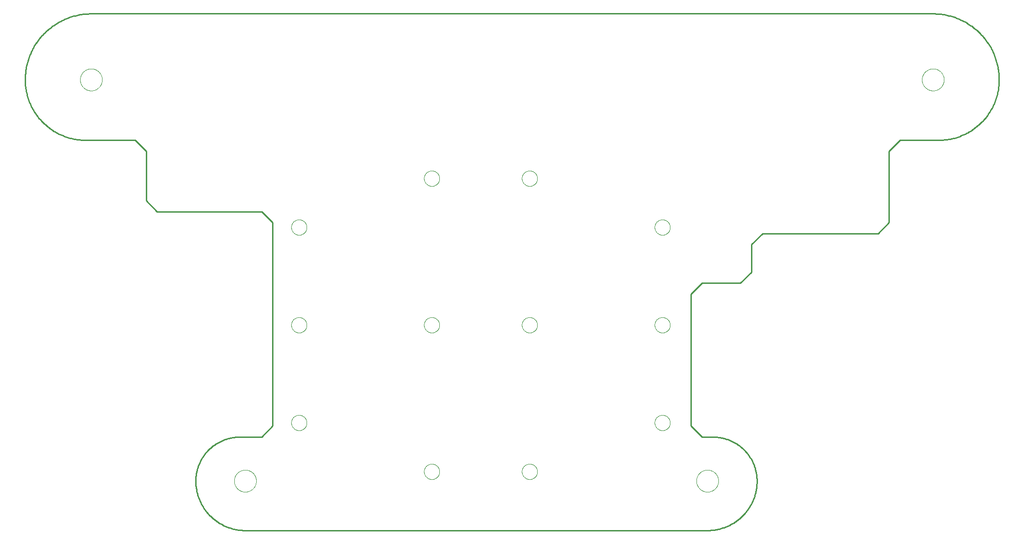
<source format=gtp>
G75*
%MOIN*%
%OFA0B0*%
%FSLAX25Y25*%
%IPPOS*%
%LPD*%
%AMOC8*
5,1,8,0,0,1.08239X$1,22.5*
%
%ADD10C,0.00000*%
%ADD11C,0.01000*%
D10*
X0151106Y0036933D02*
X0151108Y0037126D01*
X0151115Y0037319D01*
X0151127Y0037512D01*
X0151144Y0037705D01*
X0151165Y0037897D01*
X0151191Y0038088D01*
X0151222Y0038279D01*
X0151257Y0038469D01*
X0151297Y0038658D01*
X0151342Y0038846D01*
X0151391Y0039033D01*
X0151445Y0039219D01*
X0151503Y0039403D01*
X0151566Y0039586D01*
X0151634Y0039767D01*
X0151705Y0039946D01*
X0151782Y0040124D01*
X0151862Y0040300D01*
X0151947Y0040473D01*
X0152036Y0040645D01*
X0152129Y0040814D01*
X0152226Y0040981D01*
X0152328Y0041146D01*
X0152433Y0041308D01*
X0152542Y0041467D01*
X0152656Y0041624D01*
X0152773Y0041777D01*
X0152893Y0041928D01*
X0153018Y0042076D01*
X0153146Y0042221D01*
X0153277Y0042362D01*
X0153412Y0042501D01*
X0153551Y0042636D01*
X0153692Y0042767D01*
X0153837Y0042895D01*
X0153985Y0043020D01*
X0154136Y0043140D01*
X0154289Y0043257D01*
X0154446Y0043371D01*
X0154605Y0043480D01*
X0154767Y0043585D01*
X0154932Y0043687D01*
X0155099Y0043784D01*
X0155268Y0043877D01*
X0155440Y0043966D01*
X0155613Y0044051D01*
X0155789Y0044131D01*
X0155967Y0044208D01*
X0156146Y0044279D01*
X0156327Y0044347D01*
X0156510Y0044410D01*
X0156694Y0044468D01*
X0156880Y0044522D01*
X0157067Y0044571D01*
X0157255Y0044616D01*
X0157444Y0044656D01*
X0157634Y0044691D01*
X0157825Y0044722D01*
X0158016Y0044748D01*
X0158208Y0044769D01*
X0158401Y0044786D01*
X0158594Y0044798D01*
X0158787Y0044805D01*
X0158980Y0044807D01*
X0159173Y0044805D01*
X0159366Y0044798D01*
X0159559Y0044786D01*
X0159752Y0044769D01*
X0159944Y0044748D01*
X0160135Y0044722D01*
X0160326Y0044691D01*
X0160516Y0044656D01*
X0160705Y0044616D01*
X0160893Y0044571D01*
X0161080Y0044522D01*
X0161266Y0044468D01*
X0161450Y0044410D01*
X0161633Y0044347D01*
X0161814Y0044279D01*
X0161993Y0044208D01*
X0162171Y0044131D01*
X0162347Y0044051D01*
X0162520Y0043966D01*
X0162692Y0043877D01*
X0162861Y0043784D01*
X0163028Y0043687D01*
X0163193Y0043585D01*
X0163355Y0043480D01*
X0163514Y0043371D01*
X0163671Y0043257D01*
X0163824Y0043140D01*
X0163975Y0043020D01*
X0164123Y0042895D01*
X0164268Y0042767D01*
X0164409Y0042636D01*
X0164548Y0042501D01*
X0164683Y0042362D01*
X0164814Y0042221D01*
X0164942Y0042076D01*
X0165067Y0041928D01*
X0165187Y0041777D01*
X0165304Y0041624D01*
X0165418Y0041467D01*
X0165527Y0041308D01*
X0165632Y0041146D01*
X0165734Y0040981D01*
X0165831Y0040814D01*
X0165924Y0040645D01*
X0166013Y0040473D01*
X0166098Y0040300D01*
X0166178Y0040124D01*
X0166255Y0039946D01*
X0166326Y0039767D01*
X0166394Y0039586D01*
X0166457Y0039403D01*
X0166515Y0039219D01*
X0166569Y0039033D01*
X0166618Y0038846D01*
X0166663Y0038658D01*
X0166703Y0038469D01*
X0166738Y0038279D01*
X0166769Y0038088D01*
X0166795Y0037897D01*
X0166816Y0037705D01*
X0166833Y0037512D01*
X0166845Y0037319D01*
X0166852Y0037126D01*
X0166854Y0036933D01*
X0166852Y0036740D01*
X0166845Y0036547D01*
X0166833Y0036354D01*
X0166816Y0036161D01*
X0166795Y0035969D01*
X0166769Y0035778D01*
X0166738Y0035587D01*
X0166703Y0035397D01*
X0166663Y0035208D01*
X0166618Y0035020D01*
X0166569Y0034833D01*
X0166515Y0034647D01*
X0166457Y0034463D01*
X0166394Y0034280D01*
X0166326Y0034099D01*
X0166255Y0033920D01*
X0166178Y0033742D01*
X0166098Y0033566D01*
X0166013Y0033393D01*
X0165924Y0033221D01*
X0165831Y0033052D01*
X0165734Y0032885D01*
X0165632Y0032720D01*
X0165527Y0032558D01*
X0165418Y0032399D01*
X0165304Y0032242D01*
X0165187Y0032089D01*
X0165067Y0031938D01*
X0164942Y0031790D01*
X0164814Y0031645D01*
X0164683Y0031504D01*
X0164548Y0031365D01*
X0164409Y0031230D01*
X0164268Y0031099D01*
X0164123Y0030971D01*
X0163975Y0030846D01*
X0163824Y0030726D01*
X0163671Y0030609D01*
X0163514Y0030495D01*
X0163355Y0030386D01*
X0163193Y0030281D01*
X0163028Y0030179D01*
X0162861Y0030082D01*
X0162692Y0029989D01*
X0162520Y0029900D01*
X0162347Y0029815D01*
X0162171Y0029735D01*
X0161993Y0029658D01*
X0161814Y0029587D01*
X0161633Y0029519D01*
X0161450Y0029456D01*
X0161266Y0029398D01*
X0161080Y0029344D01*
X0160893Y0029295D01*
X0160705Y0029250D01*
X0160516Y0029210D01*
X0160326Y0029175D01*
X0160135Y0029144D01*
X0159944Y0029118D01*
X0159752Y0029097D01*
X0159559Y0029080D01*
X0159366Y0029068D01*
X0159173Y0029061D01*
X0158980Y0029059D01*
X0158787Y0029061D01*
X0158594Y0029068D01*
X0158401Y0029080D01*
X0158208Y0029097D01*
X0158016Y0029118D01*
X0157825Y0029144D01*
X0157634Y0029175D01*
X0157444Y0029210D01*
X0157255Y0029250D01*
X0157067Y0029295D01*
X0156880Y0029344D01*
X0156694Y0029398D01*
X0156510Y0029456D01*
X0156327Y0029519D01*
X0156146Y0029587D01*
X0155967Y0029658D01*
X0155789Y0029735D01*
X0155613Y0029815D01*
X0155440Y0029900D01*
X0155268Y0029989D01*
X0155099Y0030082D01*
X0154932Y0030179D01*
X0154767Y0030281D01*
X0154605Y0030386D01*
X0154446Y0030495D01*
X0154289Y0030609D01*
X0154136Y0030726D01*
X0153985Y0030846D01*
X0153837Y0030971D01*
X0153692Y0031099D01*
X0153551Y0031230D01*
X0153412Y0031365D01*
X0153277Y0031504D01*
X0153146Y0031645D01*
X0153018Y0031790D01*
X0152893Y0031938D01*
X0152773Y0032089D01*
X0152656Y0032242D01*
X0152542Y0032399D01*
X0152433Y0032558D01*
X0152328Y0032720D01*
X0152226Y0032885D01*
X0152129Y0033052D01*
X0152036Y0033221D01*
X0151947Y0033393D01*
X0151862Y0033566D01*
X0151782Y0033742D01*
X0151705Y0033920D01*
X0151634Y0034099D01*
X0151566Y0034280D01*
X0151503Y0034463D01*
X0151445Y0034647D01*
X0151391Y0034833D01*
X0151342Y0035020D01*
X0151297Y0035208D01*
X0151257Y0035397D01*
X0151222Y0035587D01*
X0151191Y0035778D01*
X0151165Y0035969D01*
X0151144Y0036161D01*
X0151127Y0036354D01*
X0151115Y0036547D01*
X0151108Y0036740D01*
X0151106Y0036933D01*
X0191972Y0078587D02*
X0191974Y0078735D01*
X0191980Y0078883D01*
X0191990Y0079031D01*
X0192004Y0079178D01*
X0192022Y0079325D01*
X0192043Y0079471D01*
X0192069Y0079617D01*
X0192099Y0079762D01*
X0192132Y0079906D01*
X0192170Y0080049D01*
X0192211Y0080191D01*
X0192256Y0080332D01*
X0192304Y0080472D01*
X0192357Y0080611D01*
X0192413Y0080748D01*
X0192473Y0080883D01*
X0192536Y0081017D01*
X0192603Y0081149D01*
X0192674Y0081279D01*
X0192748Y0081407D01*
X0192825Y0081533D01*
X0192906Y0081657D01*
X0192990Y0081779D01*
X0193077Y0081898D01*
X0193168Y0082015D01*
X0193262Y0082130D01*
X0193358Y0082242D01*
X0193458Y0082352D01*
X0193560Y0082458D01*
X0193666Y0082562D01*
X0193774Y0082663D01*
X0193885Y0082761D01*
X0193998Y0082857D01*
X0194114Y0082949D01*
X0194232Y0083038D01*
X0194353Y0083123D01*
X0194476Y0083206D01*
X0194601Y0083285D01*
X0194728Y0083361D01*
X0194857Y0083433D01*
X0194988Y0083502D01*
X0195121Y0083567D01*
X0195256Y0083628D01*
X0195392Y0083686D01*
X0195529Y0083741D01*
X0195668Y0083791D01*
X0195809Y0083838D01*
X0195950Y0083881D01*
X0196093Y0083921D01*
X0196237Y0083956D01*
X0196381Y0083988D01*
X0196527Y0084015D01*
X0196673Y0084039D01*
X0196820Y0084059D01*
X0196967Y0084075D01*
X0197114Y0084087D01*
X0197262Y0084095D01*
X0197410Y0084099D01*
X0197558Y0084099D01*
X0197706Y0084095D01*
X0197854Y0084087D01*
X0198001Y0084075D01*
X0198148Y0084059D01*
X0198295Y0084039D01*
X0198441Y0084015D01*
X0198587Y0083988D01*
X0198731Y0083956D01*
X0198875Y0083921D01*
X0199018Y0083881D01*
X0199159Y0083838D01*
X0199300Y0083791D01*
X0199439Y0083741D01*
X0199576Y0083686D01*
X0199712Y0083628D01*
X0199847Y0083567D01*
X0199980Y0083502D01*
X0200111Y0083433D01*
X0200240Y0083361D01*
X0200367Y0083285D01*
X0200492Y0083206D01*
X0200615Y0083123D01*
X0200736Y0083038D01*
X0200854Y0082949D01*
X0200970Y0082857D01*
X0201083Y0082761D01*
X0201194Y0082663D01*
X0201302Y0082562D01*
X0201408Y0082458D01*
X0201510Y0082352D01*
X0201610Y0082242D01*
X0201706Y0082130D01*
X0201800Y0082015D01*
X0201891Y0081898D01*
X0201978Y0081779D01*
X0202062Y0081657D01*
X0202143Y0081533D01*
X0202220Y0081407D01*
X0202294Y0081279D01*
X0202365Y0081149D01*
X0202432Y0081017D01*
X0202495Y0080883D01*
X0202555Y0080748D01*
X0202611Y0080611D01*
X0202664Y0080472D01*
X0202712Y0080332D01*
X0202757Y0080191D01*
X0202798Y0080049D01*
X0202836Y0079906D01*
X0202869Y0079762D01*
X0202899Y0079617D01*
X0202925Y0079471D01*
X0202946Y0079325D01*
X0202964Y0079178D01*
X0202978Y0079031D01*
X0202988Y0078883D01*
X0202994Y0078735D01*
X0202996Y0078587D01*
X0202994Y0078439D01*
X0202988Y0078291D01*
X0202978Y0078143D01*
X0202964Y0077996D01*
X0202946Y0077849D01*
X0202925Y0077703D01*
X0202899Y0077557D01*
X0202869Y0077412D01*
X0202836Y0077268D01*
X0202798Y0077125D01*
X0202757Y0076983D01*
X0202712Y0076842D01*
X0202664Y0076702D01*
X0202611Y0076563D01*
X0202555Y0076426D01*
X0202495Y0076291D01*
X0202432Y0076157D01*
X0202365Y0076025D01*
X0202294Y0075895D01*
X0202220Y0075767D01*
X0202143Y0075641D01*
X0202062Y0075517D01*
X0201978Y0075395D01*
X0201891Y0075276D01*
X0201800Y0075159D01*
X0201706Y0075044D01*
X0201610Y0074932D01*
X0201510Y0074822D01*
X0201408Y0074716D01*
X0201302Y0074612D01*
X0201194Y0074511D01*
X0201083Y0074413D01*
X0200970Y0074317D01*
X0200854Y0074225D01*
X0200736Y0074136D01*
X0200615Y0074051D01*
X0200492Y0073968D01*
X0200367Y0073889D01*
X0200240Y0073813D01*
X0200111Y0073741D01*
X0199980Y0073672D01*
X0199847Y0073607D01*
X0199712Y0073546D01*
X0199576Y0073488D01*
X0199439Y0073433D01*
X0199300Y0073383D01*
X0199159Y0073336D01*
X0199018Y0073293D01*
X0198875Y0073253D01*
X0198731Y0073218D01*
X0198587Y0073186D01*
X0198441Y0073159D01*
X0198295Y0073135D01*
X0198148Y0073115D01*
X0198001Y0073099D01*
X0197854Y0073087D01*
X0197706Y0073079D01*
X0197558Y0073075D01*
X0197410Y0073075D01*
X0197262Y0073079D01*
X0197114Y0073087D01*
X0196967Y0073099D01*
X0196820Y0073115D01*
X0196673Y0073135D01*
X0196527Y0073159D01*
X0196381Y0073186D01*
X0196237Y0073218D01*
X0196093Y0073253D01*
X0195950Y0073293D01*
X0195809Y0073336D01*
X0195668Y0073383D01*
X0195529Y0073433D01*
X0195392Y0073488D01*
X0195256Y0073546D01*
X0195121Y0073607D01*
X0194988Y0073672D01*
X0194857Y0073741D01*
X0194728Y0073813D01*
X0194601Y0073889D01*
X0194476Y0073968D01*
X0194353Y0074051D01*
X0194232Y0074136D01*
X0194114Y0074225D01*
X0193998Y0074317D01*
X0193885Y0074413D01*
X0193774Y0074511D01*
X0193666Y0074612D01*
X0193560Y0074716D01*
X0193458Y0074822D01*
X0193358Y0074932D01*
X0193262Y0075044D01*
X0193168Y0075159D01*
X0193077Y0075276D01*
X0192990Y0075395D01*
X0192906Y0075517D01*
X0192825Y0075641D01*
X0192748Y0075767D01*
X0192674Y0075895D01*
X0192603Y0076025D01*
X0192536Y0076157D01*
X0192473Y0076291D01*
X0192413Y0076426D01*
X0192357Y0076563D01*
X0192304Y0076702D01*
X0192256Y0076842D01*
X0192211Y0076983D01*
X0192170Y0077125D01*
X0192132Y0077268D01*
X0192099Y0077412D01*
X0192069Y0077557D01*
X0192043Y0077703D01*
X0192022Y0077849D01*
X0192004Y0077996D01*
X0191990Y0078143D01*
X0191980Y0078291D01*
X0191974Y0078439D01*
X0191972Y0078587D01*
X0286972Y0043587D02*
X0286974Y0043735D01*
X0286980Y0043883D01*
X0286990Y0044031D01*
X0287004Y0044178D01*
X0287022Y0044325D01*
X0287043Y0044471D01*
X0287069Y0044617D01*
X0287099Y0044762D01*
X0287132Y0044906D01*
X0287170Y0045049D01*
X0287211Y0045191D01*
X0287256Y0045332D01*
X0287304Y0045472D01*
X0287357Y0045611D01*
X0287413Y0045748D01*
X0287473Y0045883D01*
X0287536Y0046017D01*
X0287603Y0046149D01*
X0287674Y0046279D01*
X0287748Y0046407D01*
X0287825Y0046533D01*
X0287906Y0046657D01*
X0287990Y0046779D01*
X0288077Y0046898D01*
X0288168Y0047015D01*
X0288262Y0047130D01*
X0288358Y0047242D01*
X0288458Y0047352D01*
X0288560Y0047458D01*
X0288666Y0047562D01*
X0288774Y0047663D01*
X0288885Y0047761D01*
X0288998Y0047857D01*
X0289114Y0047949D01*
X0289232Y0048038D01*
X0289353Y0048123D01*
X0289476Y0048206D01*
X0289601Y0048285D01*
X0289728Y0048361D01*
X0289857Y0048433D01*
X0289988Y0048502D01*
X0290121Y0048567D01*
X0290256Y0048628D01*
X0290392Y0048686D01*
X0290529Y0048741D01*
X0290668Y0048791D01*
X0290809Y0048838D01*
X0290950Y0048881D01*
X0291093Y0048921D01*
X0291237Y0048956D01*
X0291381Y0048988D01*
X0291527Y0049015D01*
X0291673Y0049039D01*
X0291820Y0049059D01*
X0291967Y0049075D01*
X0292114Y0049087D01*
X0292262Y0049095D01*
X0292410Y0049099D01*
X0292558Y0049099D01*
X0292706Y0049095D01*
X0292854Y0049087D01*
X0293001Y0049075D01*
X0293148Y0049059D01*
X0293295Y0049039D01*
X0293441Y0049015D01*
X0293587Y0048988D01*
X0293731Y0048956D01*
X0293875Y0048921D01*
X0294018Y0048881D01*
X0294159Y0048838D01*
X0294300Y0048791D01*
X0294439Y0048741D01*
X0294576Y0048686D01*
X0294712Y0048628D01*
X0294847Y0048567D01*
X0294980Y0048502D01*
X0295111Y0048433D01*
X0295240Y0048361D01*
X0295367Y0048285D01*
X0295492Y0048206D01*
X0295615Y0048123D01*
X0295736Y0048038D01*
X0295854Y0047949D01*
X0295970Y0047857D01*
X0296083Y0047761D01*
X0296194Y0047663D01*
X0296302Y0047562D01*
X0296408Y0047458D01*
X0296510Y0047352D01*
X0296610Y0047242D01*
X0296706Y0047130D01*
X0296800Y0047015D01*
X0296891Y0046898D01*
X0296978Y0046779D01*
X0297062Y0046657D01*
X0297143Y0046533D01*
X0297220Y0046407D01*
X0297294Y0046279D01*
X0297365Y0046149D01*
X0297432Y0046017D01*
X0297495Y0045883D01*
X0297555Y0045748D01*
X0297611Y0045611D01*
X0297664Y0045472D01*
X0297712Y0045332D01*
X0297757Y0045191D01*
X0297798Y0045049D01*
X0297836Y0044906D01*
X0297869Y0044762D01*
X0297899Y0044617D01*
X0297925Y0044471D01*
X0297946Y0044325D01*
X0297964Y0044178D01*
X0297978Y0044031D01*
X0297988Y0043883D01*
X0297994Y0043735D01*
X0297996Y0043587D01*
X0297994Y0043439D01*
X0297988Y0043291D01*
X0297978Y0043143D01*
X0297964Y0042996D01*
X0297946Y0042849D01*
X0297925Y0042703D01*
X0297899Y0042557D01*
X0297869Y0042412D01*
X0297836Y0042268D01*
X0297798Y0042125D01*
X0297757Y0041983D01*
X0297712Y0041842D01*
X0297664Y0041702D01*
X0297611Y0041563D01*
X0297555Y0041426D01*
X0297495Y0041291D01*
X0297432Y0041157D01*
X0297365Y0041025D01*
X0297294Y0040895D01*
X0297220Y0040767D01*
X0297143Y0040641D01*
X0297062Y0040517D01*
X0296978Y0040395D01*
X0296891Y0040276D01*
X0296800Y0040159D01*
X0296706Y0040044D01*
X0296610Y0039932D01*
X0296510Y0039822D01*
X0296408Y0039716D01*
X0296302Y0039612D01*
X0296194Y0039511D01*
X0296083Y0039413D01*
X0295970Y0039317D01*
X0295854Y0039225D01*
X0295736Y0039136D01*
X0295615Y0039051D01*
X0295492Y0038968D01*
X0295367Y0038889D01*
X0295240Y0038813D01*
X0295111Y0038741D01*
X0294980Y0038672D01*
X0294847Y0038607D01*
X0294712Y0038546D01*
X0294576Y0038488D01*
X0294439Y0038433D01*
X0294300Y0038383D01*
X0294159Y0038336D01*
X0294018Y0038293D01*
X0293875Y0038253D01*
X0293731Y0038218D01*
X0293587Y0038186D01*
X0293441Y0038159D01*
X0293295Y0038135D01*
X0293148Y0038115D01*
X0293001Y0038099D01*
X0292854Y0038087D01*
X0292706Y0038079D01*
X0292558Y0038075D01*
X0292410Y0038075D01*
X0292262Y0038079D01*
X0292114Y0038087D01*
X0291967Y0038099D01*
X0291820Y0038115D01*
X0291673Y0038135D01*
X0291527Y0038159D01*
X0291381Y0038186D01*
X0291237Y0038218D01*
X0291093Y0038253D01*
X0290950Y0038293D01*
X0290809Y0038336D01*
X0290668Y0038383D01*
X0290529Y0038433D01*
X0290392Y0038488D01*
X0290256Y0038546D01*
X0290121Y0038607D01*
X0289988Y0038672D01*
X0289857Y0038741D01*
X0289728Y0038813D01*
X0289601Y0038889D01*
X0289476Y0038968D01*
X0289353Y0039051D01*
X0289232Y0039136D01*
X0289114Y0039225D01*
X0288998Y0039317D01*
X0288885Y0039413D01*
X0288774Y0039511D01*
X0288666Y0039612D01*
X0288560Y0039716D01*
X0288458Y0039822D01*
X0288358Y0039932D01*
X0288262Y0040044D01*
X0288168Y0040159D01*
X0288077Y0040276D01*
X0287990Y0040395D01*
X0287906Y0040517D01*
X0287825Y0040641D01*
X0287748Y0040767D01*
X0287674Y0040895D01*
X0287603Y0041025D01*
X0287536Y0041157D01*
X0287473Y0041291D01*
X0287413Y0041426D01*
X0287357Y0041563D01*
X0287304Y0041702D01*
X0287256Y0041842D01*
X0287211Y0041983D01*
X0287170Y0042125D01*
X0287132Y0042268D01*
X0287099Y0042412D01*
X0287069Y0042557D01*
X0287043Y0042703D01*
X0287022Y0042849D01*
X0287004Y0042996D01*
X0286990Y0043143D01*
X0286980Y0043291D01*
X0286974Y0043439D01*
X0286972Y0043587D01*
X0356972Y0043587D02*
X0356974Y0043735D01*
X0356980Y0043883D01*
X0356990Y0044031D01*
X0357004Y0044178D01*
X0357022Y0044325D01*
X0357043Y0044471D01*
X0357069Y0044617D01*
X0357099Y0044762D01*
X0357132Y0044906D01*
X0357170Y0045049D01*
X0357211Y0045191D01*
X0357256Y0045332D01*
X0357304Y0045472D01*
X0357357Y0045611D01*
X0357413Y0045748D01*
X0357473Y0045883D01*
X0357536Y0046017D01*
X0357603Y0046149D01*
X0357674Y0046279D01*
X0357748Y0046407D01*
X0357825Y0046533D01*
X0357906Y0046657D01*
X0357990Y0046779D01*
X0358077Y0046898D01*
X0358168Y0047015D01*
X0358262Y0047130D01*
X0358358Y0047242D01*
X0358458Y0047352D01*
X0358560Y0047458D01*
X0358666Y0047562D01*
X0358774Y0047663D01*
X0358885Y0047761D01*
X0358998Y0047857D01*
X0359114Y0047949D01*
X0359232Y0048038D01*
X0359353Y0048123D01*
X0359476Y0048206D01*
X0359601Y0048285D01*
X0359728Y0048361D01*
X0359857Y0048433D01*
X0359988Y0048502D01*
X0360121Y0048567D01*
X0360256Y0048628D01*
X0360392Y0048686D01*
X0360529Y0048741D01*
X0360668Y0048791D01*
X0360809Y0048838D01*
X0360950Y0048881D01*
X0361093Y0048921D01*
X0361237Y0048956D01*
X0361381Y0048988D01*
X0361527Y0049015D01*
X0361673Y0049039D01*
X0361820Y0049059D01*
X0361967Y0049075D01*
X0362114Y0049087D01*
X0362262Y0049095D01*
X0362410Y0049099D01*
X0362558Y0049099D01*
X0362706Y0049095D01*
X0362854Y0049087D01*
X0363001Y0049075D01*
X0363148Y0049059D01*
X0363295Y0049039D01*
X0363441Y0049015D01*
X0363587Y0048988D01*
X0363731Y0048956D01*
X0363875Y0048921D01*
X0364018Y0048881D01*
X0364159Y0048838D01*
X0364300Y0048791D01*
X0364439Y0048741D01*
X0364576Y0048686D01*
X0364712Y0048628D01*
X0364847Y0048567D01*
X0364980Y0048502D01*
X0365111Y0048433D01*
X0365240Y0048361D01*
X0365367Y0048285D01*
X0365492Y0048206D01*
X0365615Y0048123D01*
X0365736Y0048038D01*
X0365854Y0047949D01*
X0365970Y0047857D01*
X0366083Y0047761D01*
X0366194Y0047663D01*
X0366302Y0047562D01*
X0366408Y0047458D01*
X0366510Y0047352D01*
X0366610Y0047242D01*
X0366706Y0047130D01*
X0366800Y0047015D01*
X0366891Y0046898D01*
X0366978Y0046779D01*
X0367062Y0046657D01*
X0367143Y0046533D01*
X0367220Y0046407D01*
X0367294Y0046279D01*
X0367365Y0046149D01*
X0367432Y0046017D01*
X0367495Y0045883D01*
X0367555Y0045748D01*
X0367611Y0045611D01*
X0367664Y0045472D01*
X0367712Y0045332D01*
X0367757Y0045191D01*
X0367798Y0045049D01*
X0367836Y0044906D01*
X0367869Y0044762D01*
X0367899Y0044617D01*
X0367925Y0044471D01*
X0367946Y0044325D01*
X0367964Y0044178D01*
X0367978Y0044031D01*
X0367988Y0043883D01*
X0367994Y0043735D01*
X0367996Y0043587D01*
X0367994Y0043439D01*
X0367988Y0043291D01*
X0367978Y0043143D01*
X0367964Y0042996D01*
X0367946Y0042849D01*
X0367925Y0042703D01*
X0367899Y0042557D01*
X0367869Y0042412D01*
X0367836Y0042268D01*
X0367798Y0042125D01*
X0367757Y0041983D01*
X0367712Y0041842D01*
X0367664Y0041702D01*
X0367611Y0041563D01*
X0367555Y0041426D01*
X0367495Y0041291D01*
X0367432Y0041157D01*
X0367365Y0041025D01*
X0367294Y0040895D01*
X0367220Y0040767D01*
X0367143Y0040641D01*
X0367062Y0040517D01*
X0366978Y0040395D01*
X0366891Y0040276D01*
X0366800Y0040159D01*
X0366706Y0040044D01*
X0366610Y0039932D01*
X0366510Y0039822D01*
X0366408Y0039716D01*
X0366302Y0039612D01*
X0366194Y0039511D01*
X0366083Y0039413D01*
X0365970Y0039317D01*
X0365854Y0039225D01*
X0365736Y0039136D01*
X0365615Y0039051D01*
X0365492Y0038968D01*
X0365367Y0038889D01*
X0365240Y0038813D01*
X0365111Y0038741D01*
X0364980Y0038672D01*
X0364847Y0038607D01*
X0364712Y0038546D01*
X0364576Y0038488D01*
X0364439Y0038433D01*
X0364300Y0038383D01*
X0364159Y0038336D01*
X0364018Y0038293D01*
X0363875Y0038253D01*
X0363731Y0038218D01*
X0363587Y0038186D01*
X0363441Y0038159D01*
X0363295Y0038135D01*
X0363148Y0038115D01*
X0363001Y0038099D01*
X0362854Y0038087D01*
X0362706Y0038079D01*
X0362558Y0038075D01*
X0362410Y0038075D01*
X0362262Y0038079D01*
X0362114Y0038087D01*
X0361967Y0038099D01*
X0361820Y0038115D01*
X0361673Y0038135D01*
X0361527Y0038159D01*
X0361381Y0038186D01*
X0361237Y0038218D01*
X0361093Y0038253D01*
X0360950Y0038293D01*
X0360809Y0038336D01*
X0360668Y0038383D01*
X0360529Y0038433D01*
X0360392Y0038488D01*
X0360256Y0038546D01*
X0360121Y0038607D01*
X0359988Y0038672D01*
X0359857Y0038741D01*
X0359728Y0038813D01*
X0359601Y0038889D01*
X0359476Y0038968D01*
X0359353Y0039051D01*
X0359232Y0039136D01*
X0359114Y0039225D01*
X0358998Y0039317D01*
X0358885Y0039413D01*
X0358774Y0039511D01*
X0358666Y0039612D01*
X0358560Y0039716D01*
X0358458Y0039822D01*
X0358358Y0039932D01*
X0358262Y0040044D01*
X0358168Y0040159D01*
X0358077Y0040276D01*
X0357990Y0040395D01*
X0357906Y0040517D01*
X0357825Y0040641D01*
X0357748Y0040767D01*
X0357674Y0040895D01*
X0357603Y0041025D01*
X0357536Y0041157D01*
X0357473Y0041291D01*
X0357413Y0041426D01*
X0357357Y0041563D01*
X0357304Y0041702D01*
X0357256Y0041842D01*
X0357211Y0041983D01*
X0357170Y0042125D01*
X0357132Y0042268D01*
X0357099Y0042412D01*
X0357069Y0042557D01*
X0357043Y0042703D01*
X0357022Y0042849D01*
X0357004Y0042996D01*
X0356990Y0043143D01*
X0356980Y0043291D01*
X0356974Y0043439D01*
X0356972Y0043587D01*
X0451972Y0078587D02*
X0451974Y0078735D01*
X0451980Y0078883D01*
X0451990Y0079031D01*
X0452004Y0079178D01*
X0452022Y0079325D01*
X0452043Y0079471D01*
X0452069Y0079617D01*
X0452099Y0079762D01*
X0452132Y0079906D01*
X0452170Y0080049D01*
X0452211Y0080191D01*
X0452256Y0080332D01*
X0452304Y0080472D01*
X0452357Y0080611D01*
X0452413Y0080748D01*
X0452473Y0080883D01*
X0452536Y0081017D01*
X0452603Y0081149D01*
X0452674Y0081279D01*
X0452748Y0081407D01*
X0452825Y0081533D01*
X0452906Y0081657D01*
X0452990Y0081779D01*
X0453077Y0081898D01*
X0453168Y0082015D01*
X0453262Y0082130D01*
X0453358Y0082242D01*
X0453458Y0082352D01*
X0453560Y0082458D01*
X0453666Y0082562D01*
X0453774Y0082663D01*
X0453885Y0082761D01*
X0453998Y0082857D01*
X0454114Y0082949D01*
X0454232Y0083038D01*
X0454353Y0083123D01*
X0454476Y0083206D01*
X0454601Y0083285D01*
X0454728Y0083361D01*
X0454857Y0083433D01*
X0454988Y0083502D01*
X0455121Y0083567D01*
X0455256Y0083628D01*
X0455392Y0083686D01*
X0455529Y0083741D01*
X0455668Y0083791D01*
X0455809Y0083838D01*
X0455950Y0083881D01*
X0456093Y0083921D01*
X0456237Y0083956D01*
X0456381Y0083988D01*
X0456527Y0084015D01*
X0456673Y0084039D01*
X0456820Y0084059D01*
X0456967Y0084075D01*
X0457114Y0084087D01*
X0457262Y0084095D01*
X0457410Y0084099D01*
X0457558Y0084099D01*
X0457706Y0084095D01*
X0457854Y0084087D01*
X0458001Y0084075D01*
X0458148Y0084059D01*
X0458295Y0084039D01*
X0458441Y0084015D01*
X0458587Y0083988D01*
X0458731Y0083956D01*
X0458875Y0083921D01*
X0459018Y0083881D01*
X0459159Y0083838D01*
X0459300Y0083791D01*
X0459439Y0083741D01*
X0459576Y0083686D01*
X0459712Y0083628D01*
X0459847Y0083567D01*
X0459980Y0083502D01*
X0460111Y0083433D01*
X0460240Y0083361D01*
X0460367Y0083285D01*
X0460492Y0083206D01*
X0460615Y0083123D01*
X0460736Y0083038D01*
X0460854Y0082949D01*
X0460970Y0082857D01*
X0461083Y0082761D01*
X0461194Y0082663D01*
X0461302Y0082562D01*
X0461408Y0082458D01*
X0461510Y0082352D01*
X0461610Y0082242D01*
X0461706Y0082130D01*
X0461800Y0082015D01*
X0461891Y0081898D01*
X0461978Y0081779D01*
X0462062Y0081657D01*
X0462143Y0081533D01*
X0462220Y0081407D01*
X0462294Y0081279D01*
X0462365Y0081149D01*
X0462432Y0081017D01*
X0462495Y0080883D01*
X0462555Y0080748D01*
X0462611Y0080611D01*
X0462664Y0080472D01*
X0462712Y0080332D01*
X0462757Y0080191D01*
X0462798Y0080049D01*
X0462836Y0079906D01*
X0462869Y0079762D01*
X0462899Y0079617D01*
X0462925Y0079471D01*
X0462946Y0079325D01*
X0462964Y0079178D01*
X0462978Y0079031D01*
X0462988Y0078883D01*
X0462994Y0078735D01*
X0462996Y0078587D01*
X0462994Y0078439D01*
X0462988Y0078291D01*
X0462978Y0078143D01*
X0462964Y0077996D01*
X0462946Y0077849D01*
X0462925Y0077703D01*
X0462899Y0077557D01*
X0462869Y0077412D01*
X0462836Y0077268D01*
X0462798Y0077125D01*
X0462757Y0076983D01*
X0462712Y0076842D01*
X0462664Y0076702D01*
X0462611Y0076563D01*
X0462555Y0076426D01*
X0462495Y0076291D01*
X0462432Y0076157D01*
X0462365Y0076025D01*
X0462294Y0075895D01*
X0462220Y0075767D01*
X0462143Y0075641D01*
X0462062Y0075517D01*
X0461978Y0075395D01*
X0461891Y0075276D01*
X0461800Y0075159D01*
X0461706Y0075044D01*
X0461610Y0074932D01*
X0461510Y0074822D01*
X0461408Y0074716D01*
X0461302Y0074612D01*
X0461194Y0074511D01*
X0461083Y0074413D01*
X0460970Y0074317D01*
X0460854Y0074225D01*
X0460736Y0074136D01*
X0460615Y0074051D01*
X0460492Y0073968D01*
X0460367Y0073889D01*
X0460240Y0073813D01*
X0460111Y0073741D01*
X0459980Y0073672D01*
X0459847Y0073607D01*
X0459712Y0073546D01*
X0459576Y0073488D01*
X0459439Y0073433D01*
X0459300Y0073383D01*
X0459159Y0073336D01*
X0459018Y0073293D01*
X0458875Y0073253D01*
X0458731Y0073218D01*
X0458587Y0073186D01*
X0458441Y0073159D01*
X0458295Y0073135D01*
X0458148Y0073115D01*
X0458001Y0073099D01*
X0457854Y0073087D01*
X0457706Y0073079D01*
X0457558Y0073075D01*
X0457410Y0073075D01*
X0457262Y0073079D01*
X0457114Y0073087D01*
X0456967Y0073099D01*
X0456820Y0073115D01*
X0456673Y0073135D01*
X0456527Y0073159D01*
X0456381Y0073186D01*
X0456237Y0073218D01*
X0456093Y0073253D01*
X0455950Y0073293D01*
X0455809Y0073336D01*
X0455668Y0073383D01*
X0455529Y0073433D01*
X0455392Y0073488D01*
X0455256Y0073546D01*
X0455121Y0073607D01*
X0454988Y0073672D01*
X0454857Y0073741D01*
X0454728Y0073813D01*
X0454601Y0073889D01*
X0454476Y0073968D01*
X0454353Y0074051D01*
X0454232Y0074136D01*
X0454114Y0074225D01*
X0453998Y0074317D01*
X0453885Y0074413D01*
X0453774Y0074511D01*
X0453666Y0074612D01*
X0453560Y0074716D01*
X0453458Y0074822D01*
X0453358Y0074932D01*
X0453262Y0075044D01*
X0453168Y0075159D01*
X0453077Y0075276D01*
X0452990Y0075395D01*
X0452906Y0075517D01*
X0452825Y0075641D01*
X0452748Y0075767D01*
X0452674Y0075895D01*
X0452603Y0076025D01*
X0452536Y0076157D01*
X0452473Y0076291D01*
X0452413Y0076426D01*
X0452357Y0076563D01*
X0452304Y0076702D01*
X0452256Y0076842D01*
X0452211Y0076983D01*
X0452170Y0077125D01*
X0452132Y0077268D01*
X0452099Y0077412D01*
X0452069Y0077557D01*
X0452043Y0077703D01*
X0452022Y0077849D01*
X0452004Y0077996D01*
X0451990Y0078143D01*
X0451980Y0078291D01*
X0451974Y0078439D01*
X0451972Y0078587D01*
X0481815Y0036933D02*
X0481817Y0037126D01*
X0481824Y0037319D01*
X0481836Y0037512D01*
X0481853Y0037705D01*
X0481874Y0037897D01*
X0481900Y0038088D01*
X0481931Y0038279D01*
X0481966Y0038469D01*
X0482006Y0038658D01*
X0482051Y0038846D01*
X0482100Y0039033D01*
X0482154Y0039219D01*
X0482212Y0039403D01*
X0482275Y0039586D01*
X0482343Y0039767D01*
X0482414Y0039946D01*
X0482491Y0040124D01*
X0482571Y0040300D01*
X0482656Y0040473D01*
X0482745Y0040645D01*
X0482838Y0040814D01*
X0482935Y0040981D01*
X0483037Y0041146D01*
X0483142Y0041308D01*
X0483251Y0041467D01*
X0483365Y0041624D01*
X0483482Y0041777D01*
X0483602Y0041928D01*
X0483727Y0042076D01*
X0483855Y0042221D01*
X0483986Y0042362D01*
X0484121Y0042501D01*
X0484260Y0042636D01*
X0484401Y0042767D01*
X0484546Y0042895D01*
X0484694Y0043020D01*
X0484845Y0043140D01*
X0484998Y0043257D01*
X0485155Y0043371D01*
X0485314Y0043480D01*
X0485476Y0043585D01*
X0485641Y0043687D01*
X0485808Y0043784D01*
X0485977Y0043877D01*
X0486149Y0043966D01*
X0486322Y0044051D01*
X0486498Y0044131D01*
X0486676Y0044208D01*
X0486855Y0044279D01*
X0487036Y0044347D01*
X0487219Y0044410D01*
X0487403Y0044468D01*
X0487589Y0044522D01*
X0487776Y0044571D01*
X0487964Y0044616D01*
X0488153Y0044656D01*
X0488343Y0044691D01*
X0488534Y0044722D01*
X0488725Y0044748D01*
X0488917Y0044769D01*
X0489110Y0044786D01*
X0489303Y0044798D01*
X0489496Y0044805D01*
X0489689Y0044807D01*
X0489882Y0044805D01*
X0490075Y0044798D01*
X0490268Y0044786D01*
X0490461Y0044769D01*
X0490653Y0044748D01*
X0490844Y0044722D01*
X0491035Y0044691D01*
X0491225Y0044656D01*
X0491414Y0044616D01*
X0491602Y0044571D01*
X0491789Y0044522D01*
X0491975Y0044468D01*
X0492159Y0044410D01*
X0492342Y0044347D01*
X0492523Y0044279D01*
X0492702Y0044208D01*
X0492880Y0044131D01*
X0493056Y0044051D01*
X0493229Y0043966D01*
X0493401Y0043877D01*
X0493570Y0043784D01*
X0493737Y0043687D01*
X0493902Y0043585D01*
X0494064Y0043480D01*
X0494223Y0043371D01*
X0494380Y0043257D01*
X0494533Y0043140D01*
X0494684Y0043020D01*
X0494832Y0042895D01*
X0494977Y0042767D01*
X0495118Y0042636D01*
X0495257Y0042501D01*
X0495392Y0042362D01*
X0495523Y0042221D01*
X0495651Y0042076D01*
X0495776Y0041928D01*
X0495896Y0041777D01*
X0496013Y0041624D01*
X0496127Y0041467D01*
X0496236Y0041308D01*
X0496341Y0041146D01*
X0496443Y0040981D01*
X0496540Y0040814D01*
X0496633Y0040645D01*
X0496722Y0040473D01*
X0496807Y0040300D01*
X0496887Y0040124D01*
X0496964Y0039946D01*
X0497035Y0039767D01*
X0497103Y0039586D01*
X0497166Y0039403D01*
X0497224Y0039219D01*
X0497278Y0039033D01*
X0497327Y0038846D01*
X0497372Y0038658D01*
X0497412Y0038469D01*
X0497447Y0038279D01*
X0497478Y0038088D01*
X0497504Y0037897D01*
X0497525Y0037705D01*
X0497542Y0037512D01*
X0497554Y0037319D01*
X0497561Y0037126D01*
X0497563Y0036933D01*
X0497561Y0036740D01*
X0497554Y0036547D01*
X0497542Y0036354D01*
X0497525Y0036161D01*
X0497504Y0035969D01*
X0497478Y0035778D01*
X0497447Y0035587D01*
X0497412Y0035397D01*
X0497372Y0035208D01*
X0497327Y0035020D01*
X0497278Y0034833D01*
X0497224Y0034647D01*
X0497166Y0034463D01*
X0497103Y0034280D01*
X0497035Y0034099D01*
X0496964Y0033920D01*
X0496887Y0033742D01*
X0496807Y0033566D01*
X0496722Y0033393D01*
X0496633Y0033221D01*
X0496540Y0033052D01*
X0496443Y0032885D01*
X0496341Y0032720D01*
X0496236Y0032558D01*
X0496127Y0032399D01*
X0496013Y0032242D01*
X0495896Y0032089D01*
X0495776Y0031938D01*
X0495651Y0031790D01*
X0495523Y0031645D01*
X0495392Y0031504D01*
X0495257Y0031365D01*
X0495118Y0031230D01*
X0494977Y0031099D01*
X0494832Y0030971D01*
X0494684Y0030846D01*
X0494533Y0030726D01*
X0494380Y0030609D01*
X0494223Y0030495D01*
X0494064Y0030386D01*
X0493902Y0030281D01*
X0493737Y0030179D01*
X0493570Y0030082D01*
X0493401Y0029989D01*
X0493229Y0029900D01*
X0493056Y0029815D01*
X0492880Y0029735D01*
X0492702Y0029658D01*
X0492523Y0029587D01*
X0492342Y0029519D01*
X0492159Y0029456D01*
X0491975Y0029398D01*
X0491789Y0029344D01*
X0491602Y0029295D01*
X0491414Y0029250D01*
X0491225Y0029210D01*
X0491035Y0029175D01*
X0490844Y0029144D01*
X0490653Y0029118D01*
X0490461Y0029097D01*
X0490268Y0029080D01*
X0490075Y0029068D01*
X0489882Y0029061D01*
X0489689Y0029059D01*
X0489496Y0029061D01*
X0489303Y0029068D01*
X0489110Y0029080D01*
X0488917Y0029097D01*
X0488725Y0029118D01*
X0488534Y0029144D01*
X0488343Y0029175D01*
X0488153Y0029210D01*
X0487964Y0029250D01*
X0487776Y0029295D01*
X0487589Y0029344D01*
X0487403Y0029398D01*
X0487219Y0029456D01*
X0487036Y0029519D01*
X0486855Y0029587D01*
X0486676Y0029658D01*
X0486498Y0029735D01*
X0486322Y0029815D01*
X0486149Y0029900D01*
X0485977Y0029989D01*
X0485808Y0030082D01*
X0485641Y0030179D01*
X0485476Y0030281D01*
X0485314Y0030386D01*
X0485155Y0030495D01*
X0484998Y0030609D01*
X0484845Y0030726D01*
X0484694Y0030846D01*
X0484546Y0030971D01*
X0484401Y0031099D01*
X0484260Y0031230D01*
X0484121Y0031365D01*
X0483986Y0031504D01*
X0483855Y0031645D01*
X0483727Y0031790D01*
X0483602Y0031938D01*
X0483482Y0032089D01*
X0483365Y0032242D01*
X0483251Y0032399D01*
X0483142Y0032558D01*
X0483037Y0032720D01*
X0482935Y0032885D01*
X0482838Y0033052D01*
X0482745Y0033221D01*
X0482656Y0033393D01*
X0482571Y0033566D01*
X0482491Y0033742D01*
X0482414Y0033920D01*
X0482343Y0034099D01*
X0482275Y0034280D01*
X0482212Y0034463D01*
X0482154Y0034647D01*
X0482100Y0034833D01*
X0482051Y0035020D01*
X0482006Y0035208D01*
X0481966Y0035397D01*
X0481931Y0035587D01*
X0481900Y0035778D01*
X0481874Y0035969D01*
X0481853Y0036161D01*
X0481836Y0036354D01*
X0481824Y0036547D01*
X0481817Y0036740D01*
X0481815Y0036933D01*
X0451972Y0148587D02*
X0451974Y0148735D01*
X0451980Y0148883D01*
X0451990Y0149031D01*
X0452004Y0149178D01*
X0452022Y0149325D01*
X0452043Y0149471D01*
X0452069Y0149617D01*
X0452099Y0149762D01*
X0452132Y0149906D01*
X0452170Y0150049D01*
X0452211Y0150191D01*
X0452256Y0150332D01*
X0452304Y0150472D01*
X0452357Y0150611D01*
X0452413Y0150748D01*
X0452473Y0150883D01*
X0452536Y0151017D01*
X0452603Y0151149D01*
X0452674Y0151279D01*
X0452748Y0151407D01*
X0452825Y0151533D01*
X0452906Y0151657D01*
X0452990Y0151779D01*
X0453077Y0151898D01*
X0453168Y0152015D01*
X0453262Y0152130D01*
X0453358Y0152242D01*
X0453458Y0152352D01*
X0453560Y0152458D01*
X0453666Y0152562D01*
X0453774Y0152663D01*
X0453885Y0152761D01*
X0453998Y0152857D01*
X0454114Y0152949D01*
X0454232Y0153038D01*
X0454353Y0153123D01*
X0454476Y0153206D01*
X0454601Y0153285D01*
X0454728Y0153361D01*
X0454857Y0153433D01*
X0454988Y0153502D01*
X0455121Y0153567D01*
X0455256Y0153628D01*
X0455392Y0153686D01*
X0455529Y0153741D01*
X0455668Y0153791D01*
X0455809Y0153838D01*
X0455950Y0153881D01*
X0456093Y0153921D01*
X0456237Y0153956D01*
X0456381Y0153988D01*
X0456527Y0154015D01*
X0456673Y0154039D01*
X0456820Y0154059D01*
X0456967Y0154075D01*
X0457114Y0154087D01*
X0457262Y0154095D01*
X0457410Y0154099D01*
X0457558Y0154099D01*
X0457706Y0154095D01*
X0457854Y0154087D01*
X0458001Y0154075D01*
X0458148Y0154059D01*
X0458295Y0154039D01*
X0458441Y0154015D01*
X0458587Y0153988D01*
X0458731Y0153956D01*
X0458875Y0153921D01*
X0459018Y0153881D01*
X0459159Y0153838D01*
X0459300Y0153791D01*
X0459439Y0153741D01*
X0459576Y0153686D01*
X0459712Y0153628D01*
X0459847Y0153567D01*
X0459980Y0153502D01*
X0460111Y0153433D01*
X0460240Y0153361D01*
X0460367Y0153285D01*
X0460492Y0153206D01*
X0460615Y0153123D01*
X0460736Y0153038D01*
X0460854Y0152949D01*
X0460970Y0152857D01*
X0461083Y0152761D01*
X0461194Y0152663D01*
X0461302Y0152562D01*
X0461408Y0152458D01*
X0461510Y0152352D01*
X0461610Y0152242D01*
X0461706Y0152130D01*
X0461800Y0152015D01*
X0461891Y0151898D01*
X0461978Y0151779D01*
X0462062Y0151657D01*
X0462143Y0151533D01*
X0462220Y0151407D01*
X0462294Y0151279D01*
X0462365Y0151149D01*
X0462432Y0151017D01*
X0462495Y0150883D01*
X0462555Y0150748D01*
X0462611Y0150611D01*
X0462664Y0150472D01*
X0462712Y0150332D01*
X0462757Y0150191D01*
X0462798Y0150049D01*
X0462836Y0149906D01*
X0462869Y0149762D01*
X0462899Y0149617D01*
X0462925Y0149471D01*
X0462946Y0149325D01*
X0462964Y0149178D01*
X0462978Y0149031D01*
X0462988Y0148883D01*
X0462994Y0148735D01*
X0462996Y0148587D01*
X0462994Y0148439D01*
X0462988Y0148291D01*
X0462978Y0148143D01*
X0462964Y0147996D01*
X0462946Y0147849D01*
X0462925Y0147703D01*
X0462899Y0147557D01*
X0462869Y0147412D01*
X0462836Y0147268D01*
X0462798Y0147125D01*
X0462757Y0146983D01*
X0462712Y0146842D01*
X0462664Y0146702D01*
X0462611Y0146563D01*
X0462555Y0146426D01*
X0462495Y0146291D01*
X0462432Y0146157D01*
X0462365Y0146025D01*
X0462294Y0145895D01*
X0462220Y0145767D01*
X0462143Y0145641D01*
X0462062Y0145517D01*
X0461978Y0145395D01*
X0461891Y0145276D01*
X0461800Y0145159D01*
X0461706Y0145044D01*
X0461610Y0144932D01*
X0461510Y0144822D01*
X0461408Y0144716D01*
X0461302Y0144612D01*
X0461194Y0144511D01*
X0461083Y0144413D01*
X0460970Y0144317D01*
X0460854Y0144225D01*
X0460736Y0144136D01*
X0460615Y0144051D01*
X0460492Y0143968D01*
X0460367Y0143889D01*
X0460240Y0143813D01*
X0460111Y0143741D01*
X0459980Y0143672D01*
X0459847Y0143607D01*
X0459712Y0143546D01*
X0459576Y0143488D01*
X0459439Y0143433D01*
X0459300Y0143383D01*
X0459159Y0143336D01*
X0459018Y0143293D01*
X0458875Y0143253D01*
X0458731Y0143218D01*
X0458587Y0143186D01*
X0458441Y0143159D01*
X0458295Y0143135D01*
X0458148Y0143115D01*
X0458001Y0143099D01*
X0457854Y0143087D01*
X0457706Y0143079D01*
X0457558Y0143075D01*
X0457410Y0143075D01*
X0457262Y0143079D01*
X0457114Y0143087D01*
X0456967Y0143099D01*
X0456820Y0143115D01*
X0456673Y0143135D01*
X0456527Y0143159D01*
X0456381Y0143186D01*
X0456237Y0143218D01*
X0456093Y0143253D01*
X0455950Y0143293D01*
X0455809Y0143336D01*
X0455668Y0143383D01*
X0455529Y0143433D01*
X0455392Y0143488D01*
X0455256Y0143546D01*
X0455121Y0143607D01*
X0454988Y0143672D01*
X0454857Y0143741D01*
X0454728Y0143813D01*
X0454601Y0143889D01*
X0454476Y0143968D01*
X0454353Y0144051D01*
X0454232Y0144136D01*
X0454114Y0144225D01*
X0453998Y0144317D01*
X0453885Y0144413D01*
X0453774Y0144511D01*
X0453666Y0144612D01*
X0453560Y0144716D01*
X0453458Y0144822D01*
X0453358Y0144932D01*
X0453262Y0145044D01*
X0453168Y0145159D01*
X0453077Y0145276D01*
X0452990Y0145395D01*
X0452906Y0145517D01*
X0452825Y0145641D01*
X0452748Y0145767D01*
X0452674Y0145895D01*
X0452603Y0146025D01*
X0452536Y0146157D01*
X0452473Y0146291D01*
X0452413Y0146426D01*
X0452357Y0146563D01*
X0452304Y0146702D01*
X0452256Y0146842D01*
X0452211Y0146983D01*
X0452170Y0147125D01*
X0452132Y0147268D01*
X0452099Y0147412D01*
X0452069Y0147557D01*
X0452043Y0147703D01*
X0452022Y0147849D01*
X0452004Y0147996D01*
X0451990Y0148143D01*
X0451980Y0148291D01*
X0451974Y0148439D01*
X0451972Y0148587D01*
X0356972Y0148587D02*
X0356974Y0148735D01*
X0356980Y0148883D01*
X0356990Y0149031D01*
X0357004Y0149178D01*
X0357022Y0149325D01*
X0357043Y0149471D01*
X0357069Y0149617D01*
X0357099Y0149762D01*
X0357132Y0149906D01*
X0357170Y0150049D01*
X0357211Y0150191D01*
X0357256Y0150332D01*
X0357304Y0150472D01*
X0357357Y0150611D01*
X0357413Y0150748D01*
X0357473Y0150883D01*
X0357536Y0151017D01*
X0357603Y0151149D01*
X0357674Y0151279D01*
X0357748Y0151407D01*
X0357825Y0151533D01*
X0357906Y0151657D01*
X0357990Y0151779D01*
X0358077Y0151898D01*
X0358168Y0152015D01*
X0358262Y0152130D01*
X0358358Y0152242D01*
X0358458Y0152352D01*
X0358560Y0152458D01*
X0358666Y0152562D01*
X0358774Y0152663D01*
X0358885Y0152761D01*
X0358998Y0152857D01*
X0359114Y0152949D01*
X0359232Y0153038D01*
X0359353Y0153123D01*
X0359476Y0153206D01*
X0359601Y0153285D01*
X0359728Y0153361D01*
X0359857Y0153433D01*
X0359988Y0153502D01*
X0360121Y0153567D01*
X0360256Y0153628D01*
X0360392Y0153686D01*
X0360529Y0153741D01*
X0360668Y0153791D01*
X0360809Y0153838D01*
X0360950Y0153881D01*
X0361093Y0153921D01*
X0361237Y0153956D01*
X0361381Y0153988D01*
X0361527Y0154015D01*
X0361673Y0154039D01*
X0361820Y0154059D01*
X0361967Y0154075D01*
X0362114Y0154087D01*
X0362262Y0154095D01*
X0362410Y0154099D01*
X0362558Y0154099D01*
X0362706Y0154095D01*
X0362854Y0154087D01*
X0363001Y0154075D01*
X0363148Y0154059D01*
X0363295Y0154039D01*
X0363441Y0154015D01*
X0363587Y0153988D01*
X0363731Y0153956D01*
X0363875Y0153921D01*
X0364018Y0153881D01*
X0364159Y0153838D01*
X0364300Y0153791D01*
X0364439Y0153741D01*
X0364576Y0153686D01*
X0364712Y0153628D01*
X0364847Y0153567D01*
X0364980Y0153502D01*
X0365111Y0153433D01*
X0365240Y0153361D01*
X0365367Y0153285D01*
X0365492Y0153206D01*
X0365615Y0153123D01*
X0365736Y0153038D01*
X0365854Y0152949D01*
X0365970Y0152857D01*
X0366083Y0152761D01*
X0366194Y0152663D01*
X0366302Y0152562D01*
X0366408Y0152458D01*
X0366510Y0152352D01*
X0366610Y0152242D01*
X0366706Y0152130D01*
X0366800Y0152015D01*
X0366891Y0151898D01*
X0366978Y0151779D01*
X0367062Y0151657D01*
X0367143Y0151533D01*
X0367220Y0151407D01*
X0367294Y0151279D01*
X0367365Y0151149D01*
X0367432Y0151017D01*
X0367495Y0150883D01*
X0367555Y0150748D01*
X0367611Y0150611D01*
X0367664Y0150472D01*
X0367712Y0150332D01*
X0367757Y0150191D01*
X0367798Y0150049D01*
X0367836Y0149906D01*
X0367869Y0149762D01*
X0367899Y0149617D01*
X0367925Y0149471D01*
X0367946Y0149325D01*
X0367964Y0149178D01*
X0367978Y0149031D01*
X0367988Y0148883D01*
X0367994Y0148735D01*
X0367996Y0148587D01*
X0367994Y0148439D01*
X0367988Y0148291D01*
X0367978Y0148143D01*
X0367964Y0147996D01*
X0367946Y0147849D01*
X0367925Y0147703D01*
X0367899Y0147557D01*
X0367869Y0147412D01*
X0367836Y0147268D01*
X0367798Y0147125D01*
X0367757Y0146983D01*
X0367712Y0146842D01*
X0367664Y0146702D01*
X0367611Y0146563D01*
X0367555Y0146426D01*
X0367495Y0146291D01*
X0367432Y0146157D01*
X0367365Y0146025D01*
X0367294Y0145895D01*
X0367220Y0145767D01*
X0367143Y0145641D01*
X0367062Y0145517D01*
X0366978Y0145395D01*
X0366891Y0145276D01*
X0366800Y0145159D01*
X0366706Y0145044D01*
X0366610Y0144932D01*
X0366510Y0144822D01*
X0366408Y0144716D01*
X0366302Y0144612D01*
X0366194Y0144511D01*
X0366083Y0144413D01*
X0365970Y0144317D01*
X0365854Y0144225D01*
X0365736Y0144136D01*
X0365615Y0144051D01*
X0365492Y0143968D01*
X0365367Y0143889D01*
X0365240Y0143813D01*
X0365111Y0143741D01*
X0364980Y0143672D01*
X0364847Y0143607D01*
X0364712Y0143546D01*
X0364576Y0143488D01*
X0364439Y0143433D01*
X0364300Y0143383D01*
X0364159Y0143336D01*
X0364018Y0143293D01*
X0363875Y0143253D01*
X0363731Y0143218D01*
X0363587Y0143186D01*
X0363441Y0143159D01*
X0363295Y0143135D01*
X0363148Y0143115D01*
X0363001Y0143099D01*
X0362854Y0143087D01*
X0362706Y0143079D01*
X0362558Y0143075D01*
X0362410Y0143075D01*
X0362262Y0143079D01*
X0362114Y0143087D01*
X0361967Y0143099D01*
X0361820Y0143115D01*
X0361673Y0143135D01*
X0361527Y0143159D01*
X0361381Y0143186D01*
X0361237Y0143218D01*
X0361093Y0143253D01*
X0360950Y0143293D01*
X0360809Y0143336D01*
X0360668Y0143383D01*
X0360529Y0143433D01*
X0360392Y0143488D01*
X0360256Y0143546D01*
X0360121Y0143607D01*
X0359988Y0143672D01*
X0359857Y0143741D01*
X0359728Y0143813D01*
X0359601Y0143889D01*
X0359476Y0143968D01*
X0359353Y0144051D01*
X0359232Y0144136D01*
X0359114Y0144225D01*
X0358998Y0144317D01*
X0358885Y0144413D01*
X0358774Y0144511D01*
X0358666Y0144612D01*
X0358560Y0144716D01*
X0358458Y0144822D01*
X0358358Y0144932D01*
X0358262Y0145044D01*
X0358168Y0145159D01*
X0358077Y0145276D01*
X0357990Y0145395D01*
X0357906Y0145517D01*
X0357825Y0145641D01*
X0357748Y0145767D01*
X0357674Y0145895D01*
X0357603Y0146025D01*
X0357536Y0146157D01*
X0357473Y0146291D01*
X0357413Y0146426D01*
X0357357Y0146563D01*
X0357304Y0146702D01*
X0357256Y0146842D01*
X0357211Y0146983D01*
X0357170Y0147125D01*
X0357132Y0147268D01*
X0357099Y0147412D01*
X0357069Y0147557D01*
X0357043Y0147703D01*
X0357022Y0147849D01*
X0357004Y0147996D01*
X0356990Y0148143D01*
X0356980Y0148291D01*
X0356974Y0148439D01*
X0356972Y0148587D01*
X0286972Y0148587D02*
X0286974Y0148735D01*
X0286980Y0148883D01*
X0286990Y0149031D01*
X0287004Y0149178D01*
X0287022Y0149325D01*
X0287043Y0149471D01*
X0287069Y0149617D01*
X0287099Y0149762D01*
X0287132Y0149906D01*
X0287170Y0150049D01*
X0287211Y0150191D01*
X0287256Y0150332D01*
X0287304Y0150472D01*
X0287357Y0150611D01*
X0287413Y0150748D01*
X0287473Y0150883D01*
X0287536Y0151017D01*
X0287603Y0151149D01*
X0287674Y0151279D01*
X0287748Y0151407D01*
X0287825Y0151533D01*
X0287906Y0151657D01*
X0287990Y0151779D01*
X0288077Y0151898D01*
X0288168Y0152015D01*
X0288262Y0152130D01*
X0288358Y0152242D01*
X0288458Y0152352D01*
X0288560Y0152458D01*
X0288666Y0152562D01*
X0288774Y0152663D01*
X0288885Y0152761D01*
X0288998Y0152857D01*
X0289114Y0152949D01*
X0289232Y0153038D01*
X0289353Y0153123D01*
X0289476Y0153206D01*
X0289601Y0153285D01*
X0289728Y0153361D01*
X0289857Y0153433D01*
X0289988Y0153502D01*
X0290121Y0153567D01*
X0290256Y0153628D01*
X0290392Y0153686D01*
X0290529Y0153741D01*
X0290668Y0153791D01*
X0290809Y0153838D01*
X0290950Y0153881D01*
X0291093Y0153921D01*
X0291237Y0153956D01*
X0291381Y0153988D01*
X0291527Y0154015D01*
X0291673Y0154039D01*
X0291820Y0154059D01*
X0291967Y0154075D01*
X0292114Y0154087D01*
X0292262Y0154095D01*
X0292410Y0154099D01*
X0292558Y0154099D01*
X0292706Y0154095D01*
X0292854Y0154087D01*
X0293001Y0154075D01*
X0293148Y0154059D01*
X0293295Y0154039D01*
X0293441Y0154015D01*
X0293587Y0153988D01*
X0293731Y0153956D01*
X0293875Y0153921D01*
X0294018Y0153881D01*
X0294159Y0153838D01*
X0294300Y0153791D01*
X0294439Y0153741D01*
X0294576Y0153686D01*
X0294712Y0153628D01*
X0294847Y0153567D01*
X0294980Y0153502D01*
X0295111Y0153433D01*
X0295240Y0153361D01*
X0295367Y0153285D01*
X0295492Y0153206D01*
X0295615Y0153123D01*
X0295736Y0153038D01*
X0295854Y0152949D01*
X0295970Y0152857D01*
X0296083Y0152761D01*
X0296194Y0152663D01*
X0296302Y0152562D01*
X0296408Y0152458D01*
X0296510Y0152352D01*
X0296610Y0152242D01*
X0296706Y0152130D01*
X0296800Y0152015D01*
X0296891Y0151898D01*
X0296978Y0151779D01*
X0297062Y0151657D01*
X0297143Y0151533D01*
X0297220Y0151407D01*
X0297294Y0151279D01*
X0297365Y0151149D01*
X0297432Y0151017D01*
X0297495Y0150883D01*
X0297555Y0150748D01*
X0297611Y0150611D01*
X0297664Y0150472D01*
X0297712Y0150332D01*
X0297757Y0150191D01*
X0297798Y0150049D01*
X0297836Y0149906D01*
X0297869Y0149762D01*
X0297899Y0149617D01*
X0297925Y0149471D01*
X0297946Y0149325D01*
X0297964Y0149178D01*
X0297978Y0149031D01*
X0297988Y0148883D01*
X0297994Y0148735D01*
X0297996Y0148587D01*
X0297994Y0148439D01*
X0297988Y0148291D01*
X0297978Y0148143D01*
X0297964Y0147996D01*
X0297946Y0147849D01*
X0297925Y0147703D01*
X0297899Y0147557D01*
X0297869Y0147412D01*
X0297836Y0147268D01*
X0297798Y0147125D01*
X0297757Y0146983D01*
X0297712Y0146842D01*
X0297664Y0146702D01*
X0297611Y0146563D01*
X0297555Y0146426D01*
X0297495Y0146291D01*
X0297432Y0146157D01*
X0297365Y0146025D01*
X0297294Y0145895D01*
X0297220Y0145767D01*
X0297143Y0145641D01*
X0297062Y0145517D01*
X0296978Y0145395D01*
X0296891Y0145276D01*
X0296800Y0145159D01*
X0296706Y0145044D01*
X0296610Y0144932D01*
X0296510Y0144822D01*
X0296408Y0144716D01*
X0296302Y0144612D01*
X0296194Y0144511D01*
X0296083Y0144413D01*
X0295970Y0144317D01*
X0295854Y0144225D01*
X0295736Y0144136D01*
X0295615Y0144051D01*
X0295492Y0143968D01*
X0295367Y0143889D01*
X0295240Y0143813D01*
X0295111Y0143741D01*
X0294980Y0143672D01*
X0294847Y0143607D01*
X0294712Y0143546D01*
X0294576Y0143488D01*
X0294439Y0143433D01*
X0294300Y0143383D01*
X0294159Y0143336D01*
X0294018Y0143293D01*
X0293875Y0143253D01*
X0293731Y0143218D01*
X0293587Y0143186D01*
X0293441Y0143159D01*
X0293295Y0143135D01*
X0293148Y0143115D01*
X0293001Y0143099D01*
X0292854Y0143087D01*
X0292706Y0143079D01*
X0292558Y0143075D01*
X0292410Y0143075D01*
X0292262Y0143079D01*
X0292114Y0143087D01*
X0291967Y0143099D01*
X0291820Y0143115D01*
X0291673Y0143135D01*
X0291527Y0143159D01*
X0291381Y0143186D01*
X0291237Y0143218D01*
X0291093Y0143253D01*
X0290950Y0143293D01*
X0290809Y0143336D01*
X0290668Y0143383D01*
X0290529Y0143433D01*
X0290392Y0143488D01*
X0290256Y0143546D01*
X0290121Y0143607D01*
X0289988Y0143672D01*
X0289857Y0143741D01*
X0289728Y0143813D01*
X0289601Y0143889D01*
X0289476Y0143968D01*
X0289353Y0144051D01*
X0289232Y0144136D01*
X0289114Y0144225D01*
X0288998Y0144317D01*
X0288885Y0144413D01*
X0288774Y0144511D01*
X0288666Y0144612D01*
X0288560Y0144716D01*
X0288458Y0144822D01*
X0288358Y0144932D01*
X0288262Y0145044D01*
X0288168Y0145159D01*
X0288077Y0145276D01*
X0287990Y0145395D01*
X0287906Y0145517D01*
X0287825Y0145641D01*
X0287748Y0145767D01*
X0287674Y0145895D01*
X0287603Y0146025D01*
X0287536Y0146157D01*
X0287473Y0146291D01*
X0287413Y0146426D01*
X0287357Y0146563D01*
X0287304Y0146702D01*
X0287256Y0146842D01*
X0287211Y0146983D01*
X0287170Y0147125D01*
X0287132Y0147268D01*
X0287099Y0147412D01*
X0287069Y0147557D01*
X0287043Y0147703D01*
X0287022Y0147849D01*
X0287004Y0147996D01*
X0286990Y0148143D01*
X0286980Y0148291D01*
X0286974Y0148439D01*
X0286972Y0148587D01*
X0191972Y0148587D02*
X0191974Y0148735D01*
X0191980Y0148883D01*
X0191990Y0149031D01*
X0192004Y0149178D01*
X0192022Y0149325D01*
X0192043Y0149471D01*
X0192069Y0149617D01*
X0192099Y0149762D01*
X0192132Y0149906D01*
X0192170Y0150049D01*
X0192211Y0150191D01*
X0192256Y0150332D01*
X0192304Y0150472D01*
X0192357Y0150611D01*
X0192413Y0150748D01*
X0192473Y0150883D01*
X0192536Y0151017D01*
X0192603Y0151149D01*
X0192674Y0151279D01*
X0192748Y0151407D01*
X0192825Y0151533D01*
X0192906Y0151657D01*
X0192990Y0151779D01*
X0193077Y0151898D01*
X0193168Y0152015D01*
X0193262Y0152130D01*
X0193358Y0152242D01*
X0193458Y0152352D01*
X0193560Y0152458D01*
X0193666Y0152562D01*
X0193774Y0152663D01*
X0193885Y0152761D01*
X0193998Y0152857D01*
X0194114Y0152949D01*
X0194232Y0153038D01*
X0194353Y0153123D01*
X0194476Y0153206D01*
X0194601Y0153285D01*
X0194728Y0153361D01*
X0194857Y0153433D01*
X0194988Y0153502D01*
X0195121Y0153567D01*
X0195256Y0153628D01*
X0195392Y0153686D01*
X0195529Y0153741D01*
X0195668Y0153791D01*
X0195809Y0153838D01*
X0195950Y0153881D01*
X0196093Y0153921D01*
X0196237Y0153956D01*
X0196381Y0153988D01*
X0196527Y0154015D01*
X0196673Y0154039D01*
X0196820Y0154059D01*
X0196967Y0154075D01*
X0197114Y0154087D01*
X0197262Y0154095D01*
X0197410Y0154099D01*
X0197558Y0154099D01*
X0197706Y0154095D01*
X0197854Y0154087D01*
X0198001Y0154075D01*
X0198148Y0154059D01*
X0198295Y0154039D01*
X0198441Y0154015D01*
X0198587Y0153988D01*
X0198731Y0153956D01*
X0198875Y0153921D01*
X0199018Y0153881D01*
X0199159Y0153838D01*
X0199300Y0153791D01*
X0199439Y0153741D01*
X0199576Y0153686D01*
X0199712Y0153628D01*
X0199847Y0153567D01*
X0199980Y0153502D01*
X0200111Y0153433D01*
X0200240Y0153361D01*
X0200367Y0153285D01*
X0200492Y0153206D01*
X0200615Y0153123D01*
X0200736Y0153038D01*
X0200854Y0152949D01*
X0200970Y0152857D01*
X0201083Y0152761D01*
X0201194Y0152663D01*
X0201302Y0152562D01*
X0201408Y0152458D01*
X0201510Y0152352D01*
X0201610Y0152242D01*
X0201706Y0152130D01*
X0201800Y0152015D01*
X0201891Y0151898D01*
X0201978Y0151779D01*
X0202062Y0151657D01*
X0202143Y0151533D01*
X0202220Y0151407D01*
X0202294Y0151279D01*
X0202365Y0151149D01*
X0202432Y0151017D01*
X0202495Y0150883D01*
X0202555Y0150748D01*
X0202611Y0150611D01*
X0202664Y0150472D01*
X0202712Y0150332D01*
X0202757Y0150191D01*
X0202798Y0150049D01*
X0202836Y0149906D01*
X0202869Y0149762D01*
X0202899Y0149617D01*
X0202925Y0149471D01*
X0202946Y0149325D01*
X0202964Y0149178D01*
X0202978Y0149031D01*
X0202988Y0148883D01*
X0202994Y0148735D01*
X0202996Y0148587D01*
X0202994Y0148439D01*
X0202988Y0148291D01*
X0202978Y0148143D01*
X0202964Y0147996D01*
X0202946Y0147849D01*
X0202925Y0147703D01*
X0202899Y0147557D01*
X0202869Y0147412D01*
X0202836Y0147268D01*
X0202798Y0147125D01*
X0202757Y0146983D01*
X0202712Y0146842D01*
X0202664Y0146702D01*
X0202611Y0146563D01*
X0202555Y0146426D01*
X0202495Y0146291D01*
X0202432Y0146157D01*
X0202365Y0146025D01*
X0202294Y0145895D01*
X0202220Y0145767D01*
X0202143Y0145641D01*
X0202062Y0145517D01*
X0201978Y0145395D01*
X0201891Y0145276D01*
X0201800Y0145159D01*
X0201706Y0145044D01*
X0201610Y0144932D01*
X0201510Y0144822D01*
X0201408Y0144716D01*
X0201302Y0144612D01*
X0201194Y0144511D01*
X0201083Y0144413D01*
X0200970Y0144317D01*
X0200854Y0144225D01*
X0200736Y0144136D01*
X0200615Y0144051D01*
X0200492Y0143968D01*
X0200367Y0143889D01*
X0200240Y0143813D01*
X0200111Y0143741D01*
X0199980Y0143672D01*
X0199847Y0143607D01*
X0199712Y0143546D01*
X0199576Y0143488D01*
X0199439Y0143433D01*
X0199300Y0143383D01*
X0199159Y0143336D01*
X0199018Y0143293D01*
X0198875Y0143253D01*
X0198731Y0143218D01*
X0198587Y0143186D01*
X0198441Y0143159D01*
X0198295Y0143135D01*
X0198148Y0143115D01*
X0198001Y0143099D01*
X0197854Y0143087D01*
X0197706Y0143079D01*
X0197558Y0143075D01*
X0197410Y0143075D01*
X0197262Y0143079D01*
X0197114Y0143087D01*
X0196967Y0143099D01*
X0196820Y0143115D01*
X0196673Y0143135D01*
X0196527Y0143159D01*
X0196381Y0143186D01*
X0196237Y0143218D01*
X0196093Y0143253D01*
X0195950Y0143293D01*
X0195809Y0143336D01*
X0195668Y0143383D01*
X0195529Y0143433D01*
X0195392Y0143488D01*
X0195256Y0143546D01*
X0195121Y0143607D01*
X0194988Y0143672D01*
X0194857Y0143741D01*
X0194728Y0143813D01*
X0194601Y0143889D01*
X0194476Y0143968D01*
X0194353Y0144051D01*
X0194232Y0144136D01*
X0194114Y0144225D01*
X0193998Y0144317D01*
X0193885Y0144413D01*
X0193774Y0144511D01*
X0193666Y0144612D01*
X0193560Y0144716D01*
X0193458Y0144822D01*
X0193358Y0144932D01*
X0193262Y0145044D01*
X0193168Y0145159D01*
X0193077Y0145276D01*
X0192990Y0145395D01*
X0192906Y0145517D01*
X0192825Y0145641D01*
X0192748Y0145767D01*
X0192674Y0145895D01*
X0192603Y0146025D01*
X0192536Y0146157D01*
X0192473Y0146291D01*
X0192413Y0146426D01*
X0192357Y0146563D01*
X0192304Y0146702D01*
X0192256Y0146842D01*
X0192211Y0146983D01*
X0192170Y0147125D01*
X0192132Y0147268D01*
X0192099Y0147412D01*
X0192069Y0147557D01*
X0192043Y0147703D01*
X0192022Y0147849D01*
X0192004Y0147996D01*
X0191990Y0148143D01*
X0191980Y0148291D01*
X0191974Y0148439D01*
X0191972Y0148587D01*
X0191972Y0218587D02*
X0191974Y0218735D01*
X0191980Y0218883D01*
X0191990Y0219031D01*
X0192004Y0219178D01*
X0192022Y0219325D01*
X0192043Y0219471D01*
X0192069Y0219617D01*
X0192099Y0219762D01*
X0192132Y0219906D01*
X0192170Y0220049D01*
X0192211Y0220191D01*
X0192256Y0220332D01*
X0192304Y0220472D01*
X0192357Y0220611D01*
X0192413Y0220748D01*
X0192473Y0220883D01*
X0192536Y0221017D01*
X0192603Y0221149D01*
X0192674Y0221279D01*
X0192748Y0221407D01*
X0192825Y0221533D01*
X0192906Y0221657D01*
X0192990Y0221779D01*
X0193077Y0221898D01*
X0193168Y0222015D01*
X0193262Y0222130D01*
X0193358Y0222242D01*
X0193458Y0222352D01*
X0193560Y0222458D01*
X0193666Y0222562D01*
X0193774Y0222663D01*
X0193885Y0222761D01*
X0193998Y0222857D01*
X0194114Y0222949D01*
X0194232Y0223038D01*
X0194353Y0223123D01*
X0194476Y0223206D01*
X0194601Y0223285D01*
X0194728Y0223361D01*
X0194857Y0223433D01*
X0194988Y0223502D01*
X0195121Y0223567D01*
X0195256Y0223628D01*
X0195392Y0223686D01*
X0195529Y0223741D01*
X0195668Y0223791D01*
X0195809Y0223838D01*
X0195950Y0223881D01*
X0196093Y0223921D01*
X0196237Y0223956D01*
X0196381Y0223988D01*
X0196527Y0224015D01*
X0196673Y0224039D01*
X0196820Y0224059D01*
X0196967Y0224075D01*
X0197114Y0224087D01*
X0197262Y0224095D01*
X0197410Y0224099D01*
X0197558Y0224099D01*
X0197706Y0224095D01*
X0197854Y0224087D01*
X0198001Y0224075D01*
X0198148Y0224059D01*
X0198295Y0224039D01*
X0198441Y0224015D01*
X0198587Y0223988D01*
X0198731Y0223956D01*
X0198875Y0223921D01*
X0199018Y0223881D01*
X0199159Y0223838D01*
X0199300Y0223791D01*
X0199439Y0223741D01*
X0199576Y0223686D01*
X0199712Y0223628D01*
X0199847Y0223567D01*
X0199980Y0223502D01*
X0200111Y0223433D01*
X0200240Y0223361D01*
X0200367Y0223285D01*
X0200492Y0223206D01*
X0200615Y0223123D01*
X0200736Y0223038D01*
X0200854Y0222949D01*
X0200970Y0222857D01*
X0201083Y0222761D01*
X0201194Y0222663D01*
X0201302Y0222562D01*
X0201408Y0222458D01*
X0201510Y0222352D01*
X0201610Y0222242D01*
X0201706Y0222130D01*
X0201800Y0222015D01*
X0201891Y0221898D01*
X0201978Y0221779D01*
X0202062Y0221657D01*
X0202143Y0221533D01*
X0202220Y0221407D01*
X0202294Y0221279D01*
X0202365Y0221149D01*
X0202432Y0221017D01*
X0202495Y0220883D01*
X0202555Y0220748D01*
X0202611Y0220611D01*
X0202664Y0220472D01*
X0202712Y0220332D01*
X0202757Y0220191D01*
X0202798Y0220049D01*
X0202836Y0219906D01*
X0202869Y0219762D01*
X0202899Y0219617D01*
X0202925Y0219471D01*
X0202946Y0219325D01*
X0202964Y0219178D01*
X0202978Y0219031D01*
X0202988Y0218883D01*
X0202994Y0218735D01*
X0202996Y0218587D01*
X0202994Y0218439D01*
X0202988Y0218291D01*
X0202978Y0218143D01*
X0202964Y0217996D01*
X0202946Y0217849D01*
X0202925Y0217703D01*
X0202899Y0217557D01*
X0202869Y0217412D01*
X0202836Y0217268D01*
X0202798Y0217125D01*
X0202757Y0216983D01*
X0202712Y0216842D01*
X0202664Y0216702D01*
X0202611Y0216563D01*
X0202555Y0216426D01*
X0202495Y0216291D01*
X0202432Y0216157D01*
X0202365Y0216025D01*
X0202294Y0215895D01*
X0202220Y0215767D01*
X0202143Y0215641D01*
X0202062Y0215517D01*
X0201978Y0215395D01*
X0201891Y0215276D01*
X0201800Y0215159D01*
X0201706Y0215044D01*
X0201610Y0214932D01*
X0201510Y0214822D01*
X0201408Y0214716D01*
X0201302Y0214612D01*
X0201194Y0214511D01*
X0201083Y0214413D01*
X0200970Y0214317D01*
X0200854Y0214225D01*
X0200736Y0214136D01*
X0200615Y0214051D01*
X0200492Y0213968D01*
X0200367Y0213889D01*
X0200240Y0213813D01*
X0200111Y0213741D01*
X0199980Y0213672D01*
X0199847Y0213607D01*
X0199712Y0213546D01*
X0199576Y0213488D01*
X0199439Y0213433D01*
X0199300Y0213383D01*
X0199159Y0213336D01*
X0199018Y0213293D01*
X0198875Y0213253D01*
X0198731Y0213218D01*
X0198587Y0213186D01*
X0198441Y0213159D01*
X0198295Y0213135D01*
X0198148Y0213115D01*
X0198001Y0213099D01*
X0197854Y0213087D01*
X0197706Y0213079D01*
X0197558Y0213075D01*
X0197410Y0213075D01*
X0197262Y0213079D01*
X0197114Y0213087D01*
X0196967Y0213099D01*
X0196820Y0213115D01*
X0196673Y0213135D01*
X0196527Y0213159D01*
X0196381Y0213186D01*
X0196237Y0213218D01*
X0196093Y0213253D01*
X0195950Y0213293D01*
X0195809Y0213336D01*
X0195668Y0213383D01*
X0195529Y0213433D01*
X0195392Y0213488D01*
X0195256Y0213546D01*
X0195121Y0213607D01*
X0194988Y0213672D01*
X0194857Y0213741D01*
X0194728Y0213813D01*
X0194601Y0213889D01*
X0194476Y0213968D01*
X0194353Y0214051D01*
X0194232Y0214136D01*
X0194114Y0214225D01*
X0193998Y0214317D01*
X0193885Y0214413D01*
X0193774Y0214511D01*
X0193666Y0214612D01*
X0193560Y0214716D01*
X0193458Y0214822D01*
X0193358Y0214932D01*
X0193262Y0215044D01*
X0193168Y0215159D01*
X0193077Y0215276D01*
X0192990Y0215395D01*
X0192906Y0215517D01*
X0192825Y0215641D01*
X0192748Y0215767D01*
X0192674Y0215895D01*
X0192603Y0216025D01*
X0192536Y0216157D01*
X0192473Y0216291D01*
X0192413Y0216426D01*
X0192357Y0216563D01*
X0192304Y0216702D01*
X0192256Y0216842D01*
X0192211Y0216983D01*
X0192170Y0217125D01*
X0192132Y0217268D01*
X0192099Y0217412D01*
X0192069Y0217557D01*
X0192043Y0217703D01*
X0192022Y0217849D01*
X0192004Y0217996D01*
X0191990Y0218143D01*
X0191980Y0218291D01*
X0191974Y0218439D01*
X0191972Y0218587D01*
X0286972Y0253587D02*
X0286974Y0253735D01*
X0286980Y0253883D01*
X0286990Y0254031D01*
X0287004Y0254178D01*
X0287022Y0254325D01*
X0287043Y0254471D01*
X0287069Y0254617D01*
X0287099Y0254762D01*
X0287132Y0254906D01*
X0287170Y0255049D01*
X0287211Y0255191D01*
X0287256Y0255332D01*
X0287304Y0255472D01*
X0287357Y0255611D01*
X0287413Y0255748D01*
X0287473Y0255883D01*
X0287536Y0256017D01*
X0287603Y0256149D01*
X0287674Y0256279D01*
X0287748Y0256407D01*
X0287825Y0256533D01*
X0287906Y0256657D01*
X0287990Y0256779D01*
X0288077Y0256898D01*
X0288168Y0257015D01*
X0288262Y0257130D01*
X0288358Y0257242D01*
X0288458Y0257352D01*
X0288560Y0257458D01*
X0288666Y0257562D01*
X0288774Y0257663D01*
X0288885Y0257761D01*
X0288998Y0257857D01*
X0289114Y0257949D01*
X0289232Y0258038D01*
X0289353Y0258123D01*
X0289476Y0258206D01*
X0289601Y0258285D01*
X0289728Y0258361D01*
X0289857Y0258433D01*
X0289988Y0258502D01*
X0290121Y0258567D01*
X0290256Y0258628D01*
X0290392Y0258686D01*
X0290529Y0258741D01*
X0290668Y0258791D01*
X0290809Y0258838D01*
X0290950Y0258881D01*
X0291093Y0258921D01*
X0291237Y0258956D01*
X0291381Y0258988D01*
X0291527Y0259015D01*
X0291673Y0259039D01*
X0291820Y0259059D01*
X0291967Y0259075D01*
X0292114Y0259087D01*
X0292262Y0259095D01*
X0292410Y0259099D01*
X0292558Y0259099D01*
X0292706Y0259095D01*
X0292854Y0259087D01*
X0293001Y0259075D01*
X0293148Y0259059D01*
X0293295Y0259039D01*
X0293441Y0259015D01*
X0293587Y0258988D01*
X0293731Y0258956D01*
X0293875Y0258921D01*
X0294018Y0258881D01*
X0294159Y0258838D01*
X0294300Y0258791D01*
X0294439Y0258741D01*
X0294576Y0258686D01*
X0294712Y0258628D01*
X0294847Y0258567D01*
X0294980Y0258502D01*
X0295111Y0258433D01*
X0295240Y0258361D01*
X0295367Y0258285D01*
X0295492Y0258206D01*
X0295615Y0258123D01*
X0295736Y0258038D01*
X0295854Y0257949D01*
X0295970Y0257857D01*
X0296083Y0257761D01*
X0296194Y0257663D01*
X0296302Y0257562D01*
X0296408Y0257458D01*
X0296510Y0257352D01*
X0296610Y0257242D01*
X0296706Y0257130D01*
X0296800Y0257015D01*
X0296891Y0256898D01*
X0296978Y0256779D01*
X0297062Y0256657D01*
X0297143Y0256533D01*
X0297220Y0256407D01*
X0297294Y0256279D01*
X0297365Y0256149D01*
X0297432Y0256017D01*
X0297495Y0255883D01*
X0297555Y0255748D01*
X0297611Y0255611D01*
X0297664Y0255472D01*
X0297712Y0255332D01*
X0297757Y0255191D01*
X0297798Y0255049D01*
X0297836Y0254906D01*
X0297869Y0254762D01*
X0297899Y0254617D01*
X0297925Y0254471D01*
X0297946Y0254325D01*
X0297964Y0254178D01*
X0297978Y0254031D01*
X0297988Y0253883D01*
X0297994Y0253735D01*
X0297996Y0253587D01*
X0297994Y0253439D01*
X0297988Y0253291D01*
X0297978Y0253143D01*
X0297964Y0252996D01*
X0297946Y0252849D01*
X0297925Y0252703D01*
X0297899Y0252557D01*
X0297869Y0252412D01*
X0297836Y0252268D01*
X0297798Y0252125D01*
X0297757Y0251983D01*
X0297712Y0251842D01*
X0297664Y0251702D01*
X0297611Y0251563D01*
X0297555Y0251426D01*
X0297495Y0251291D01*
X0297432Y0251157D01*
X0297365Y0251025D01*
X0297294Y0250895D01*
X0297220Y0250767D01*
X0297143Y0250641D01*
X0297062Y0250517D01*
X0296978Y0250395D01*
X0296891Y0250276D01*
X0296800Y0250159D01*
X0296706Y0250044D01*
X0296610Y0249932D01*
X0296510Y0249822D01*
X0296408Y0249716D01*
X0296302Y0249612D01*
X0296194Y0249511D01*
X0296083Y0249413D01*
X0295970Y0249317D01*
X0295854Y0249225D01*
X0295736Y0249136D01*
X0295615Y0249051D01*
X0295492Y0248968D01*
X0295367Y0248889D01*
X0295240Y0248813D01*
X0295111Y0248741D01*
X0294980Y0248672D01*
X0294847Y0248607D01*
X0294712Y0248546D01*
X0294576Y0248488D01*
X0294439Y0248433D01*
X0294300Y0248383D01*
X0294159Y0248336D01*
X0294018Y0248293D01*
X0293875Y0248253D01*
X0293731Y0248218D01*
X0293587Y0248186D01*
X0293441Y0248159D01*
X0293295Y0248135D01*
X0293148Y0248115D01*
X0293001Y0248099D01*
X0292854Y0248087D01*
X0292706Y0248079D01*
X0292558Y0248075D01*
X0292410Y0248075D01*
X0292262Y0248079D01*
X0292114Y0248087D01*
X0291967Y0248099D01*
X0291820Y0248115D01*
X0291673Y0248135D01*
X0291527Y0248159D01*
X0291381Y0248186D01*
X0291237Y0248218D01*
X0291093Y0248253D01*
X0290950Y0248293D01*
X0290809Y0248336D01*
X0290668Y0248383D01*
X0290529Y0248433D01*
X0290392Y0248488D01*
X0290256Y0248546D01*
X0290121Y0248607D01*
X0289988Y0248672D01*
X0289857Y0248741D01*
X0289728Y0248813D01*
X0289601Y0248889D01*
X0289476Y0248968D01*
X0289353Y0249051D01*
X0289232Y0249136D01*
X0289114Y0249225D01*
X0288998Y0249317D01*
X0288885Y0249413D01*
X0288774Y0249511D01*
X0288666Y0249612D01*
X0288560Y0249716D01*
X0288458Y0249822D01*
X0288358Y0249932D01*
X0288262Y0250044D01*
X0288168Y0250159D01*
X0288077Y0250276D01*
X0287990Y0250395D01*
X0287906Y0250517D01*
X0287825Y0250641D01*
X0287748Y0250767D01*
X0287674Y0250895D01*
X0287603Y0251025D01*
X0287536Y0251157D01*
X0287473Y0251291D01*
X0287413Y0251426D01*
X0287357Y0251563D01*
X0287304Y0251702D01*
X0287256Y0251842D01*
X0287211Y0251983D01*
X0287170Y0252125D01*
X0287132Y0252268D01*
X0287099Y0252412D01*
X0287069Y0252557D01*
X0287043Y0252703D01*
X0287022Y0252849D01*
X0287004Y0252996D01*
X0286990Y0253143D01*
X0286980Y0253291D01*
X0286974Y0253439D01*
X0286972Y0253587D01*
X0356972Y0253587D02*
X0356974Y0253735D01*
X0356980Y0253883D01*
X0356990Y0254031D01*
X0357004Y0254178D01*
X0357022Y0254325D01*
X0357043Y0254471D01*
X0357069Y0254617D01*
X0357099Y0254762D01*
X0357132Y0254906D01*
X0357170Y0255049D01*
X0357211Y0255191D01*
X0357256Y0255332D01*
X0357304Y0255472D01*
X0357357Y0255611D01*
X0357413Y0255748D01*
X0357473Y0255883D01*
X0357536Y0256017D01*
X0357603Y0256149D01*
X0357674Y0256279D01*
X0357748Y0256407D01*
X0357825Y0256533D01*
X0357906Y0256657D01*
X0357990Y0256779D01*
X0358077Y0256898D01*
X0358168Y0257015D01*
X0358262Y0257130D01*
X0358358Y0257242D01*
X0358458Y0257352D01*
X0358560Y0257458D01*
X0358666Y0257562D01*
X0358774Y0257663D01*
X0358885Y0257761D01*
X0358998Y0257857D01*
X0359114Y0257949D01*
X0359232Y0258038D01*
X0359353Y0258123D01*
X0359476Y0258206D01*
X0359601Y0258285D01*
X0359728Y0258361D01*
X0359857Y0258433D01*
X0359988Y0258502D01*
X0360121Y0258567D01*
X0360256Y0258628D01*
X0360392Y0258686D01*
X0360529Y0258741D01*
X0360668Y0258791D01*
X0360809Y0258838D01*
X0360950Y0258881D01*
X0361093Y0258921D01*
X0361237Y0258956D01*
X0361381Y0258988D01*
X0361527Y0259015D01*
X0361673Y0259039D01*
X0361820Y0259059D01*
X0361967Y0259075D01*
X0362114Y0259087D01*
X0362262Y0259095D01*
X0362410Y0259099D01*
X0362558Y0259099D01*
X0362706Y0259095D01*
X0362854Y0259087D01*
X0363001Y0259075D01*
X0363148Y0259059D01*
X0363295Y0259039D01*
X0363441Y0259015D01*
X0363587Y0258988D01*
X0363731Y0258956D01*
X0363875Y0258921D01*
X0364018Y0258881D01*
X0364159Y0258838D01*
X0364300Y0258791D01*
X0364439Y0258741D01*
X0364576Y0258686D01*
X0364712Y0258628D01*
X0364847Y0258567D01*
X0364980Y0258502D01*
X0365111Y0258433D01*
X0365240Y0258361D01*
X0365367Y0258285D01*
X0365492Y0258206D01*
X0365615Y0258123D01*
X0365736Y0258038D01*
X0365854Y0257949D01*
X0365970Y0257857D01*
X0366083Y0257761D01*
X0366194Y0257663D01*
X0366302Y0257562D01*
X0366408Y0257458D01*
X0366510Y0257352D01*
X0366610Y0257242D01*
X0366706Y0257130D01*
X0366800Y0257015D01*
X0366891Y0256898D01*
X0366978Y0256779D01*
X0367062Y0256657D01*
X0367143Y0256533D01*
X0367220Y0256407D01*
X0367294Y0256279D01*
X0367365Y0256149D01*
X0367432Y0256017D01*
X0367495Y0255883D01*
X0367555Y0255748D01*
X0367611Y0255611D01*
X0367664Y0255472D01*
X0367712Y0255332D01*
X0367757Y0255191D01*
X0367798Y0255049D01*
X0367836Y0254906D01*
X0367869Y0254762D01*
X0367899Y0254617D01*
X0367925Y0254471D01*
X0367946Y0254325D01*
X0367964Y0254178D01*
X0367978Y0254031D01*
X0367988Y0253883D01*
X0367994Y0253735D01*
X0367996Y0253587D01*
X0367994Y0253439D01*
X0367988Y0253291D01*
X0367978Y0253143D01*
X0367964Y0252996D01*
X0367946Y0252849D01*
X0367925Y0252703D01*
X0367899Y0252557D01*
X0367869Y0252412D01*
X0367836Y0252268D01*
X0367798Y0252125D01*
X0367757Y0251983D01*
X0367712Y0251842D01*
X0367664Y0251702D01*
X0367611Y0251563D01*
X0367555Y0251426D01*
X0367495Y0251291D01*
X0367432Y0251157D01*
X0367365Y0251025D01*
X0367294Y0250895D01*
X0367220Y0250767D01*
X0367143Y0250641D01*
X0367062Y0250517D01*
X0366978Y0250395D01*
X0366891Y0250276D01*
X0366800Y0250159D01*
X0366706Y0250044D01*
X0366610Y0249932D01*
X0366510Y0249822D01*
X0366408Y0249716D01*
X0366302Y0249612D01*
X0366194Y0249511D01*
X0366083Y0249413D01*
X0365970Y0249317D01*
X0365854Y0249225D01*
X0365736Y0249136D01*
X0365615Y0249051D01*
X0365492Y0248968D01*
X0365367Y0248889D01*
X0365240Y0248813D01*
X0365111Y0248741D01*
X0364980Y0248672D01*
X0364847Y0248607D01*
X0364712Y0248546D01*
X0364576Y0248488D01*
X0364439Y0248433D01*
X0364300Y0248383D01*
X0364159Y0248336D01*
X0364018Y0248293D01*
X0363875Y0248253D01*
X0363731Y0248218D01*
X0363587Y0248186D01*
X0363441Y0248159D01*
X0363295Y0248135D01*
X0363148Y0248115D01*
X0363001Y0248099D01*
X0362854Y0248087D01*
X0362706Y0248079D01*
X0362558Y0248075D01*
X0362410Y0248075D01*
X0362262Y0248079D01*
X0362114Y0248087D01*
X0361967Y0248099D01*
X0361820Y0248115D01*
X0361673Y0248135D01*
X0361527Y0248159D01*
X0361381Y0248186D01*
X0361237Y0248218D01*
X0361093Y0248253D01*
X0360950Y0248293D01*
X0360809Y0248336D01*
X0360668Y0248383D01*
X0360529Y0248433D01*
X0360392Y0248488D01*
X0360256Y0248546D01*
X0360121Y0248607D01*
X0359988Y0248672D01*
X0359857Y0248741D01*
X0359728Y0248813D01*
X0359601Y0248889D01*
X0359476Y0248968D01*
X0359353Y0249051D01*
X0359232Y0249136D01*
X0359114Y0249225D01*
X0358998Y0249317D01*
X0358885Y0249413D01*
X0358774Y0249511D01*
X0358666Y0249612D01*
X0358560Y0249716D01*
X0358458Y0249822D01*
X0358358Y0249932D01*
X0358262Y0250044D01*
X0358168Y0250159D01*
X0358077Y0250276D01*
X0357990Y0250395D01*
X0357906Y0250517D01*
X0357825Y0250641D01*
X0357748Y0250767D01*
X0357674Y0250895D01*
X0357603Y0251025D01*
X0357536Y0251157D01*
X0357473Y0251291D01*
X0357413Y0251426D01*
X0357357Y0251563D01*
X0357304Y0251702D01*
X0357256Y0251842D01*
X0357211Y0251983D01*
X0357170Y0252125D01*
X0357132Y0252268D01*
X0357099Y0252412D01*
X0357069Y0252557D01*
X0357043Y0252703D01*
X0357022Y0252849D01*
X0357004Y0252996D01*
X0356990Y0253143D01*
X0356980Y0253291D01*
X0356974Y0253439D01*
X0356972Y0253587D01*
X0451972Y0218587D02*
X0451974Y0218735D01*
X0451980Y0218883D01*
X0451990Y0219031D01*
X0452004Y0219178D01*
X0452022Y0219325D01*
X0452043Y0219471D01*
X0452069Y0219617D01*
X0452099Y0219762D01*
X0452132Y0219906D01*
X0452170Y0220049D01*
X0452211Y0220191D01*
X0452256Y0220332D01*
X0452304Y0220472D01*
X0452357Y0220611D01*
X0452413Y0220748D01*
X0452473Y0220883D01*
X0452536Y0221017D01*
X0452603Y0221149D01*
X0452674Y0221279D01*
X0452748Y0221407D01*
X0452825Y0221533D01*
X0452906Y0221657D01*
X0452990Y0221779D01*
X0453077Y0221898D01*
X0453168Y0222015D01*
X0453262Y0222130D01*
X0453358Y0222242D01*
X0453458Y0222352D01*
X0453560Y0222458D01*
X0453666Y0222562D01*
X0453774Y0222663D01*
X0453885Y0222761D01*
X0453998Y0222857D01*
X0454114Y0222949D01*
X0454232Y0223038D01*
X0454353Y0223123D01*
X0454476Y0223206D01*
X0454601Y0223285D01*
X0454728Y0223361D01*
X0454857Y0223433D01*
X0454988Y0223502D01*
X0455121Y0223567D01*
X0455256Y0223628D01*
X0455392Y0223686D01*
X0455529Y0223741D01*
X0455668Y0223791D01*
X0455809Y0223838D01*
X0455950Y0223881D01*
X0456093Y0223921D01*
X0456237Y0223956D01*
X0456381Y0223988D01*
X0456527Y0224015D01*
X0456673Y0224039D01*
X0456820Y0224059D01*
X0456967Y0224075D01*
X0457114Y0224087D01*
X0457262Y0224095D01*
X0457410Y0224099D01*
X0457558Y0224099D01*
X0457706Y0224095D01*
X0457854Y0224087D01*
X0458001Y0224075D01*
X0458148Y0224059D01*
X0458295Y0224039D01*
X0458441Y0224015D01*
X0458587Y0223988D01*
X0458731Y0223956D01*
X0458875Y0223921D01*
X0459018Y0223881D01*
X0459159Y0223838D01*
X0459300Y0223791D01*
X0459439Y0223741D01*
X0459576Y0223686D01*
X0459712Y0223628D01*
X0459847Y0223567D01*
X0459980Y0223502D01*
X0460111Y0223433D01*
X0460240Y0223361D01*
X0460367Y0223285D01*
X0460492Y0223206D01*
X0460615Y0223123D01*
X0460736Y0223038D01*
X0460854Y0222949D01*
X0460970Y0222857D01*
X0461083Y0222761D01*
X0461194Y0222663D01*
X0461302Y0222562D01*
X0461408Y0222458D01*
X0461510Y0222352D01*
X0461610Y0222242D01*
X0461706Y0222130D01*
X0461800Y0222015D01*
X0461891Y0221898D01*
X0461978Y0221779D01*
X0462062Y0221657D01*
X0462143Y0221533D01*
X0462220Y0221407D01*
X0462294Y0221279D01*
X0462365Y0221149D01*
X0462432Y0221017D01*
X0462495Y0220883D01*
X0462555Y0220748D01*
X0462611Y0220611D01*
X0462664Y0220472D01*
X0462712Y0220332D01*
X0462757Y0220191D01*
X0462798Y0220049D01*
X0462836Y0219906D01*
X0462869Y0219762D01*
X0462899Y0219617D01*
X0462925Y0219471D01*
X0462946Y0219325D01*
X0462964Y0219178D01*
X0462978Y0219031D01*
X0462988Y0218883D01*
X0462994Y0218735D01*
X0462996Y0218587D01*
X0462994Y0218439D01*
X0462988Y0218291D01*
X0462978Y0218143D01*
X0462964Y0217996D01*
X0462946Y0217849D01*
X0462925Y0217703D01*
X0462899Y0217557D01*
X0462869Y0217412D01*
X0462836Y0217268D01*
X0462798Y0217125D01*
X0462757Y0216983D01*
X0462712Y0216842D01*
X0462664Y0216702D01*
X0462611Y0216563D01*
X0462555Y0216426D01*
X0462495Y0216291D01*
X0462432Y0216157D01*
X0462365Y0216025D01*
X0462294Y0215895D01*
X0462220Y0215767D01*
X0462143Y0215641D01*
X0462062Y0215517D01*
X0461978Y0215395D01*
X0461891Y0215276D01*
X0461800Y0215159D01*
X0461706Y0215044D01*
X0461610Y0214932D01*
X0461510Y0214822D01*
X0461408Y0214716D01*
X0461302Y0214612D01*
X0461194Y0214511D01*
X0461083Y0214413D01*
X0460970Y0214317D01*
X0460854Y0214225D01*
X0460736Y0214136D01*
X0460615Y0214051D01*
X0460492Y0213968D01*
X0460367Y0213889D01*
X0460240Y0213813D01*
X0460111Y0213741D01*
X0459980Y0213672D01*
X0459847Y0213607D01*
X0459712Y0213546D01*
X0459576Y0213488D01*
X0459439Y0213433D01*
X0459300Y0213383D01*
X0459159Y0213336D01*
X0459018Y0213293D01*
X0458875Y0213253D01*
X0458731Y0213218D01*
X0458587Y0213186D01*
X0458441Y0213159D01*
X0458295Y0213135D01*
X0458148Y0213115D01*
X0458001Y0213099D01*
X0457854Y0213087D01*
X0457706Y0213079D01*
X0457558Y0213075D01*
X0457410Y0213075D01*
X0457262Y0213079D01*
X0457114Y0213087D01*
X0456967Y0213099D01*
X0456820Y0213115D01*
X0456673Y0213135D01*
X0456527Y0213159D01*
X0456381Y0213186D01*
X0456237Y0213218D01*
X0456093Y0213253D01*
X0455950Y0213293D01*
X0455809Y0213336D01*
X0455668Y0213383D01*
X0455529Y0213433D01*
X0455392Y0213488D01*
X0455256Y0213546D01*
X0455121Y0213607D01*
X0454988Y0213672D01*
X0454857Y0213741D01*
X0454728Y0213813D01*
X0454601Y0213889D01*
X0454476Y0213968D01*
X0454353Y0214051D01*
X0454232Y0214136D01*
X0454114Y0214225D01*
X0453998Y0214317D01*
X0453885Y0214413D01*
X0453774Y0214511D01*
X0453666Y0214612D01*
X0453560Y0214716D01*
X0453458Y0214822D01*
X0453358Y0214932D01*
X0453262Y0215044D01*
X0453168Y0215159D01*
X0453077Y0215276D01*
X0452990Y0215395D01*
X0452906Y0215517D01*
X0452825Y0215641D01*
X0452748Y0215767D01*
X0452674Y0215895D01*
X0452603Y0216025D01*
X0452536Y0216157D01*
X0452473Y0216291D01*
X0452413Y0216426D01*
X0452357Y0216563D01*
X0452304Y0216702D01*
X0452256Y0216842D01*
X0452211Y0216983D01*
X0452170Y0217125D01*
X0452132Y0217268D01*
X0452099Y0217412D01*
X0452069Y0217557D01*
X0452043Y0217703D01*
X0452022Y0217849D01*
X0452004Y0217996D01*
X0451990Y0218143D01*
X0451980Y0218291D01*
X0451974Y0218439D01*
X0451972Y0218587D01*
X0643232Y0324335D02*
X0643234Y0324528D01*
X0643241Y0324721D01*
X0643253Y0324914D01*
X0643270Y0325107D01*
X0643291Y0325299D01*
X0643317Y0325490D01*
X0643348Y0325681D01*
X0643383Y0325871D01*
X0643423Y0326060D01*
X0643468Y0326248D01*
X0643517Y0326435D01*
X0643571Y0326621D01*
X0643629Y0326805D01*
X0643692Y0326988D01*
X0643760Y0327169D01*
X0643831Y0327348D01*
X0643908Y0327526D01*
X0643988Y0327702D01*
X0644073Y0327875D01*
X0644162Y0328047D01*
X0644255Y0328216D01*
X0644352Y0328383D01*
X0644454Y0328548D01*
X0644559Y0328710D01*
X0644668Y0328869D01*
X0644782Y0329026D01*
X0644899Y0329179D01*
X0645019Y0329330D01*
X0645144Y0329478D01*
X0645272Y0329623D01*
X0645403Y0329764D01*
X0645538Y0329903D01*
X0645677Y0330038D01*
X0645818Y0330169D01*
X0645963Y0330297D01*
X0646111Y0330422D01*
X0646262Y0330542D01*
X0646415Y0330659D01*
X0646572Y0330773D01*
X0646731Y0330882D01*
X0646893Y0330987D01*
X0647058Y0331089D01*
X0647225Y0331186D01*
X0647394Y0331279D01*
X0647566Y0331368D01*
X0647739Y0331453D01*
X0647915Y0331533D01*
X0648093Y0331610D01*
X0648272Y0331681D01*
X0648453Y0331749D01*
X0648636Y0331812D01*
X0648820Y0331870D01*
X0649006Y0331924D01*
X0649193Y0331973D01*
X0649381Y0332018D01*
X0649570Y0332058D01*
X0649760Y0332093D01*
X0649951Y0332124D01*
X0650142Y0332150D01*
X0650334Y0332171D01*
X0650527Y0332188D01*
X0650720Y0332200D01*
X0650913Y0332207D01*
X0651106Y0332209D01*
X0651299Y0332207D01*
X0651492Y0332200D01*
X0651685Y0332188D01*
X0651878Y0332171D01*
X0652070Y0332150D01*
X0652261Y0332124D01*
X0652452Y0332093D01*
X0652642Y0332058D01*
X0652831Y0332018D01*
X0653019Y0331973D01*
X0653206Y0331924D01*
X0653392Y0331870D01*
X0653576Y0331812D01*
X0653759Y0331749D01*
X0653940Y0331681D01*
X0654119Y0331610D01*
X0654297Y0331533D01*
X0654473Y0331453D01*
X0654646Y0331368D01*
X0654818Y0331279D01*
X0654987Y0331186D01*
X0655154Y0331089D01*
X0655319Y0330987D01*
X0655481Y0330882D01*
X0655640Y0330773D01*
X0655797Y0330659D01*
X0655950Y0330542D01*
X0656101Y0330422D01*
X0656249Y0330297D01*
X0656394Y0330169D01*
X0656535Y0330038D01*
X0656674Y0329903D01*
X0656809Y0329764D01*
X0656940Y0329623D01*
X0657068Y0329478D01*
X0657193Y0329330D01*
X0657313Y0329179D01*
X0657430Y0329026D01*
X0657544Y0328869D01*
X0657653Y0328710D01*
X0657758Y0328548D01*
X0657860Y0328383D01*
X0657957Y0328216D01*
X0658050Y0328047D01*
X0658139Y0327875D01*
X0658224Y0327702D01*
X0658304Y0327526D01*
X0658381Y0327348D01*
X0658452Y0327169D01*
X0658520Y0326988D01*
X0658583Y0326805D01*
X0658641Y0326621D01*
X0658695Y0326435D01*
X0658744Y0326248D01*
X0658789Y0326060D01*
X0658829Y0325871D01*
X0658864Y0325681D01*
X0658895Y0325490D01*
X0658921Y0325299D01*
X0658942Y0325107D01*
X0658959Y0324914D01*
X0658971Y0324721D01*
X0658978Y0324528D01*
X0658980Y0324335D01*
X0658978Y0324142D01*
X0658971Y0323949D01*
X0658959Y0323756D01*
X0658942Y0323563D01*
X0658921Y0323371D01*
X0658895Y0323180D01*
X0658864Y0322989D01*
X0658829Y0322799D01*
X0658789Y0322610D01*
X0658744Y0322422D01*
X0658695Y0322235D01*
X0658641Y0322049D01*
X0658583Y0321865D01*
X0658520Y0321682D01*
X0658452Y0321501D01*
X0658381Y0321322D01*
X0658304Y0321144D01*
X0658224Y0320968D01*
X0658139Y0320795D01*
X0658050Y0320623D01*
X0657957Y0320454D01*
X0657860Y0320287D01*
X0657758Y0320122D01*
X0657653Y0319960D01*
X0657544Y0319801D01*
X0657430Y0319644D01*
X0657313Y0319491D01*
X0657193Y0319340D01*
X0657068Y0319192D01*
X0656940Y0319047D01*
X0656809Y0318906D01*
X0656674Y0318767D01*
X0656535Y0318632D01*
X0656394Y0318501D01*
X0656249Y0318373D01*
X0656101Y0318248D01*
X0655950Y0318128D01*
X0655797Y0318011D01*
X0655640Y0317897D01*
X0655481Y0317788D01*
X0655319Y0317683D01*
X0655154Y0317581D01*
X0654987Y0317484D01*
X0654818Y0317391D01*
X0654646Y0317302D01*
X0654473Y0317217D01*
X0654297Y0317137D01*
X0654119Y0317060D01*
X0653940Y0316989D01*
X0653759Y0316921D01*
X0653576Y0316858D01*
X0653392Y0316800D01*
X0653206Y0316746D01*
X0653019Y0316697D01*
X0652831Y0316652D01*
X0652642Y0316612D01*
X0652452Y0316577D01*
X0652261Y0316546D01*
X0652070Y0316520D01*
X0651878Y0316499D01*
X0651685Y0316482D01*
X0651492Y0316470D01*
X0651299Y0316463D01*
X0651106Y0316461D01*
X0650913Y0316463D01*
X0650720Y0316470D01*
X0650527Y0316482D01*
X0650334Y0316499D01*
X0650142Y0316520D01*
X0649951Y0316546D01*
X0649760Y0316577D01*
X0649570Y0316612D01*
X0649381Y0316652D01*
X0649193Y0316697D01*
X0649006Y0316746D01*
X0648820Y0316800D01*
X0648636Y0316858D01*
X0648453Y0316921D01*
X0648272Y0316989D01*
X0648093Y0317060D01*
X0647915Y0317137D01*
X0647739Y0317217D01*
X0647566Y0317302D01*
X0647394Y0317391D01*
X0647225Y0317484D01*
X0647058Y0317581D01*
X0646893Y0317683D01*
X0646731Y0317788D01*
X0646572Y0317897D01*
X0646415Y0318011D01*
X0646262Y0318128D01*
X0646111Y0318248D01*
X0645963Y0318373D01*
X0645818Y0318501D01*
X0645677Y0318632D01*
X0645538Y0318767D01*
X0645403Y0318906D01*
X0645272Y0319047D01*
X0645144Y0319192D01*
X0645019Y0319340D01*
X0644899Y0319491D01*
X0644782Y0319644D01*
X0644668Y0319801D01*
X0644559Y0319960D01*
X0644454Y0320122D01*
X0644352Y0320287D01*
X0644255Y0320454D01*
X0644162Y0320623D01*
X0644073Y0320795D01*
X0643988Y0320968D01*
X0643908Y0321144D01*
X0643831Y0321322D01*
X0643760Y0321501D01*
X0643692Y0321682D01*
X0643629Y0321865D01*
X0643571Y0322049D01*
X0643517Y0322235D01*
X0643468Y0322422D01*
X0643423Y0322610D01*
X0643383Y0322799D01*
X0643348Y0322989D01*
X0643317Y0323180D01*
X0643291Y0323371D01*
X0643270Y0323563D01*
X0643253Y0323756D01*
X0643241Y0323949D01*
X0643234Y0324142D01*
X0643232Y0324335D01*
X0040870Y0324335D02*
X0040872Y0324528D01*
X0040879Y0324721D01*
X0040891Y0324914D01*
X0040908Y0325107D01*
X0040929Y0325299D01*
X0040955Y0325490D01*
X0040986Y0325681D01*
X0041021Y0325871D01*
X0041061Y0326060D01*
X0041106Y0326248D01*
X0041155Y0326435D01*
X0041209Y0326621D01*
X0041267Y0326805D01*
X0041330Y0326988D01*
X0041398Y0327169D01*
X0041469Y0327348D01*
X0041546Y0327526D01*
X0041626Y0327702D01*
X0041711Y0327875D01*
X0041800Y0328047D01*
X0041893Y0328216D01*
X0041990Y0328383D01*
X0042092Y0328548D01*
X0042197Y0328710D01*
X0042306Y0328869D01*
X0042420Y0329026D01*
X0042537Y0329179D01*
X0042657Y0329330D01*
X0042782Y0329478D01*
X0042910Y0329623D01*
X0043041Y0329764D01*
X0043176Y0329903D01*
X0043315Y0330038D01*
X0043456Y0330169D01*
X0043601Y0330297D01*
X0043749Y0330422D01*
X0043900Y0330542D01*
X0044053Y0330659D01*
X0044210Y0330773D01*
X0044369Y0330882D01*
X0044531Y0330987D01*
X0044696Y0331089D01*
X0044863Y0331186D01*
X0045032Y0331279D01*
X0045204Y0331368D01*
X0045377Y0331453D01*
X0045553Y0331533D01*
X0045731Y0331610D01*
X0045910Y0331681D01*
X0046091Y0331749D01*
X0046274Y0331812D01*
X0046458Y0331870D01*
X0046644Y0331924D01*
X0046831Y0331973D01*
X0047019Y0332018D01*
X0047208Y0332058D01*
X0047398Y0332093D01*
X0047589Y0332124D01*
X0047780Y0332150D01*
X0047972Y0332171D01*
X0048165Y0332188D01*
X0048358Y0332200D01*
X0048551Y0332207D01*
X0048744Y0332209D01*
X0048937Y0332207D01*
X0049130Y0332200D01*
X0049323Y0332188D01*
X0049516Y0332171D01*
X0049708Y0332150D01*
X0049899Y0332124D01*
X0050090Y0332093D01*
X0050280Y0332058D01*
X0050469Y0332018D01*
X0050657Y0331973D01*
X0050844Y0331924D01*
X0051030Y0331870D01*
X0051214Y0331812D01*
X0051397Y0331749D01*
X0051578Y0331681D01*
X0051757Y0331610D01*
X0051935Y0331533D01*
X0052111Y0331453D01*
X0052284Y0331368D01*
X0052456Y0331279D01*
X0052625Y0331186D01*
X0052792Y0331089D01*
X0052957Y0330987D01*
X0053119Y0330882D01*
X0053278Y0330773D01*
X0053435Y0330659D01*
X0053588Y0330542D01*
X0053739Y0330422D01*
X0053887Y0330297D01*
X0054032Y0330169D01*
X0054173Y0330038D01*
X0054312Y0329903D01*
X0054447Y0329764D01*
X0054578Y0329623D01*
X0054706Y0329478D01*
X0054831Y0329330D01*
X0054951Y0329179D01*
X0055068Y0329026D01*
X0055182Y0328869D01*
X0055291Y0328710D01*
X0055396Y0328548D01*
X0055498Y0328383D01*
X0055595Y0328216D01*
X0055688Y0328047D01*
X0055777Y0327875D01*
X0055862Y0327702D01*
X0055942Y0327526D01*
X0056019Y0327348D01*
X0056090Y0327169D01*
X0056158Y0326988D01*
X0056221Y0326805D01*
X0056279Y0326621D01*
X0056333Y0326435D01*
X0056382Y0326248D01*
X0056427Y0326060D01*
X0056467Y0325871D01*
X0056502Y0325681D01*
X0056533Y0325490D01*
X0056559Y0325299D01*
X0056580Y0325107D01*
X0056597Y0324914D01*
X0056609Y0324721D01*
X0056616Y0324528D01*
X0056618Y0324335D01*
X0056616Y0324142D01*
X0056609Y0323949D01*
X0056597Y0323756D01*
X0056580Y0323563D01*
X0056559Y0323371D01*
X0056533Y0323180D01*
X0056502Y0322989D01*
X0056467Y0322799D01*
X0056427Y0322610D01*
X0056382Y0322422D01*
X0056333Y0322235D01*
X0056279Y0322049D01*
X0056221Y0321865D01*
X0056158Y0321682D01*
X0056090Y0321501D01*
X0056019Y0321322D01*
X0055942Y0321144D01*
X0055862Y0320968D01*
X0055777Y0320795D01*
X0055688Y0320623D01*
X0055595Y0320454D01*
X0055498Y0320287D01*
X0055396Y0320122D01*
X0055291Y0319960D01*
X0055182Y0319801D01*
X0055068Y0319644D01*
X0054951Y0319491D01*
X0054831Y0319340D01*
X0054706Y0319192D01*
X0054578Y0319047D01*
X0054447Y0318906D01*
X0054312Y0318767D01*
X0054173Y0318632D01*
X0054032Y0318501D01*
X0053887Y0318373D01*
X0053739Y0318248D01*
X0053588Y0318128D01*
X0053435Y0318011D01*
X0053278Y0317897D01*
X0053119Y0317788D01*
X0052957Y0317683D01*
X0052792Y0317581D01*
X0052625Y0317484D01*
X0052456Y0317391D01*
X0052284Y0317302D01*
X0052111Y0317217D01*
X0051935Y0317137D01*
X0051757Y0317060D01*
X0051578Y0316989D01*
X0051397Y0316921D01*
X0051214Y0316858D01*
X0051030Y0316800D01*
X0050844Y0316746D01*
X0050657Y0316697D01*
X0050469Y0316652D01*
X0050280Y0316612D01*
X0050090Y0316577D01*
X0049899Y0316546D01*
X0049708Y0316520D01*
X0049516Y0316499D01*
X0049323Y0316482D01*
X0049130Y0316470D01*
X0048937Y0316463D01*
X0048744Y0316461D01*
X0048551Y0316463D01*
X0048358Y0316470D01*
X0048165Y0316482D01*
X0047972Y0316499D01*
X0047780Y0316520D01*
X0047589Y0316546D01*
X0047398Y0316577D01*
X0047208Y0316612D01*
X0047019Y0316652D01*
X0046831Y0316697D01*
X0046644Y0316746D01*
X0046458Y0316800D01*
X0046274Y0316858D01*
X0046091Y0316921D01*
X0045910Y0316989D01*
X0045731Y0317060D01*
X0045553Y0317137D01*
X0045377Y0317217D01*
X0045204Y0317302D01*
X0045032Y0317391D01*
X0044863Y0317484D01*
X0044696Y0317581D01*
X0044531Y0317683D01*
X0044369Y0317788D01*
X0044210Y0317897D01*
X0044053Y0318011D01*
X0043900Y0318128D01*
X0043749Y0318248D01*
X0043601Y0318373D01*
X0043456Y0318501D01*
X0043315Y0318632D01*
X0043176Y0318767D01*
X0043041Y0318906D01*
X0042910Y0319047D01*
X0042782Y0319192D01*
X0042657Y0319340D01*
X0042537Y0319491D01*
X0042420Y0319644D01*
X0042306Y0319801D01*
X0042197Y0319960D01*
X0042092Y0320122D01*
X0041990Y0320287D01*
X0041893Y0320454D01*
X0041800Y0320623D01*
X0041711Y0320795D01*
X0041626Y0320968D01*
X0041546Y0321144D01*
X0041469Y0321322D01*
X0041398Y0321501D01*
X0041330Y0321682D01*
X0041267Y0321865D01*
X0041209Y0322049D01*
X0041155Y0322235D01*
X0041106Y0322422D01*
X0041061Y0322610D01*
X0041021Y0322799D01*
X0040986Y0322989D01*
X0040955Y0323180D01*
X0040929Y0323371D01*
X0040908Y0323563D01*
X0040891Y0323756D01*
X0040879Y0323949D01*
X0040872Y0324142D01*
X0040870Y0324335D01*
D11*
X0158980Y0001500D02*
X0489689Y0001500D01*
X0490545Y0001510D01*
X0491401Y0001541D01*
X0492256Y0001593D01*
X0493109Y0001665D01*
X0493960Y0001758D01*
X0494809Y0001872D01*
X0495654Y0002006D01*
X0496497Y0002160D01*
X0497335Y0002335D01*
X0498169Y0002530D01*
X0498998Y0002745D01*
X0499821Y0002979D01*
X0500638Y0003234D01*
X0501449Y0003509D01*
X0502254Y0003803D01*
X0503051Y0004116D01*
X0503840Y0004448D01*
X0504621Y0004800D01*
X0505393Y0005170D01*
X0506156Y0005559D01*
X0506909Y0005966D01*
X0507652Y0006391D01*
X0508385Y0006834D01*
X0509107Y0007294D01*
X0509817Y0007772D01*
X0510516Y0008267D01*
X0511203Y0008779D01*
X0511877Y0009307D01*
X0512538Y0009851D01*
X0513185Y0010411D01*
X0513819Y0010987D01*
X0514439Y0011577D01*
X0515045Y0012183D01*
X0515635Y0012803D01*
X0516211Y0013437D01*
X0516771Y0014084D01*
X0517315Y0014745D01*
X0517843Y0015419D01*
X0518355Y0016106D01*
X0518850Y0016805D01*
X0519328Y0017515D01*
X0519788Y0018237D01*
X0520231Y0018970D01*
X0520656Y0019713D01*
X0521063Y0020466D01*
X0521452Y0021229D01*
X0521822Y0022001D01*
X0522174Y0022782D01*
X0522506Y0023571D01*
X0522819Y0024368D01*
X0523113Y0025173D01*
X0523388Y0025984D01*
X0523643Y0026801D01*
X0523877Y0027624D01*
X0524092Y0028453D01*
X0524287Y0029287D01*
X0524462Y0030125D01*
X0524616Y0030968D01*
X0524750Y0031813D01*
X0524864Y0032662D01*
X0524957Y0033513D01*
X0525029Y0034366D01*
X0525081Y0035221D01*
X0525112Y0036077D01*
X0525122Y0036933D01*
X0525113Y0037694D01*
X0525085Y0038455D01*
X0525039Y0039214D01*
X0524975Y0039973D01*
X0524892Y0040729D01*
X0524791Y0041484D01*
X0524672Y0042236D01*
X0524535Y0042984D01*
X0524380Y0043729D01*
X0524207Y0044470D01*
X0524016Y0045207D01*
X0523807Y0045939D01*
X0523580Y0046666D01*
X0523337Y0047387D01*
X0523075Y0048102D01*
X0522797Y0048810D01*
X0522501Y0049511D01*
X0522189Y0050205D01*
X0521860Y0050892D01*
X0521514Y0051570D01*
X0521152Y0052240D01*
X0520775Y0052900D01*
X0520381Y0053552D01*
X0519971Y0054193D01*
X0519547Y0054825D01*
X0519107Y0055446D01*
X0518652Y0056056D01*
X0518183Y0056655D01*
X0517699Y0057243D01*
X0517201Y0057819D01*
X0516690Y0058382D01*
X0516165Y0058933D01*
X0515626Y0059472D01*
X0515075Y0059997D01*
X0514512Y0060508D01*
X0513936Y0061006D01*
X0513348Y0061490D01*
X0512749Y0061959D01*
X0512139Y0062414D01*
X0511518Y0062854D01*
X0510886Y0063278D01*
X0510245Y0063688D01*
X0509593Y0064082D01*
X0508933Y0064459D01*
X0508263Y0064821D01*
X0507585Y0065167D01*
X0506898Y0065496D01*
X0506204Y0065808D01*
X0505503Y0066104D01*
X0504795Y0066382D01*
X0504080Y0066644D01*
X0503359Y0066887D01*
X0502632Y0067114D01*
X0501900Y0067323D01*
X0501163Y0067514D01*
X0500422Y0067687D01*
X0499677Y0067842D01*
X0498929Y0067979D01*
X0498177Y0068098D01*
X0497422Y0068199D01*
X0496666Y0068282D01*
X0495907Y0068346D01*
X0495148Y0068392D01*
X0494387Y0068420D01*
X0493626Y0068429D01*
X0485752Y0068429D01*
X0477878Y0076303D01*
X0477878Y0170791D01*
X0485752Y0178665D01*
X0513311Y0178665D01*
X0521185Y0186539D01*
X0521185Y0206224D01*
X0529059Y0214098D01*
X0611736Y0214098D01*
X0619610Y0221972D01*
X0619610Y0273154D01*
X0627484Y0281028D01*
X0655043Y0281028D01*
X0656089Y0281041D01*
X0657135Y0281079D01*
X0658180Y0281142D01*
X0659223Y0281230D01*
X0660263Y0281344D01*
X0661300Y0281482D01*
X0662334Y0281646D01*
X0663363Y0281835D01*
X0664388Y0282048D01*
X0665407Y0282286D01*
X0666420Y0282549D01*
X0667426Y0282836D01*
X0668426Y0283148D01*
X0669417Y0283483D01*
X0670400Y0283842D01*
X0671374Y0284225D01*
X0672338Y0284631D01*
X0673293Y0285061D01*
X0674236Y0285513D01*
X0675169Y0285989D01*
X0676089Y0286486D01*
X0676998Y0287006D01*
X0677894Y0287547D01*
X0678776Y0288110D01*
X0679644Y0288694D01*
X0680498Y0289299D01*
X0681337Y0289924D01*
X0682161Y0290570D01*
X0682969Y0291235D01*
X0683761Y0291919D01*
X0684536Y0292623D01*
X0685293Y0293345D01*
X0686033Y0294085D01*
X0686755Y0294842D01*
X0687459Y0295617D01*
X0688143Y0296409D01*
X0688808Y0297217D01*
X0689454Y0298041D01*
X0690079Y0298880D01*
X0690684Y0299734D01*
X0691268Y0300602D01*
X0691831Y0301484D01*
X0692372Y0302380D01*
X0692892Y0303289D01*
X0693389Y0304209D01*
X0693865Y0305142D01*
X0694317Y0306085D01*
X0694747Y0307040D01*
X0695153Y0308004D01*
X0695536Y0308978D01*
X0695895Y0309961D01*
X0696230Y0310952D01*
X0696542Y0311952D01*
X0696829Y0312958D01*
X0697092Y0313971D01*
X0697330Y0314990D01*
X0697543Y0316015D01*
X0697732Y0317044D01*
X0697896Y0318078D01*
X0698034Y0319115D01*
X0698148Y0320155D01*
X0698236Y0321198D01*
X0698299Y0322243D01*
X0698337Y0323289D01*
X0698350Y0324335D01*
X0698336Y0325477D01*
X0698295Y0326618D01*
X0698226Y0327757D01*
X0698129Y0328895D01*
X0698006Y0330030D01*
X0697854Y0331161D01*
X0697676Y0332289D01*
X0697470Y0333412D01*
X0697237Y0334530D01*
X0696977Y0335641D01*
X0696691Y0336746D01*
X0696377Y0337844D01*
X0696038Y0338934D01*
X0695672Y0340016D01*
X0695280Y0341088D01*
X0694862Y0342150D01*
X0694419Y0343203D01*
X0693950Y0344244D01*
X0693457Y0345273D01*
X0692938Y0346290D01*
X0692396Y0347295D01*
X0691829Y0348286D01*
X0691238Y0349263D01*
X0690624Y0350225D01*
X0689987Y0351173D01*
X0689327Y0352104D01*
X0688645Y0353020D01*
X0687941Y0353918D01*
X0687215Y0354800D01*
X0686469Y0355664D01*
X0685701Y0356509D01*
X0684914Y0357335D01*
X0684106Y0358143D01*
X0683280Y0358930D01*
X0682435Y0359698D01*
X0681571Y0360444D01*
X0680689Y0361170D01*
X0679791Y0361874D01*
X0678875Y0362556D01*
X0677944Y0363216D01*
X0676996Y0363853D01*
X0676034Y0364467D01*
X0675057Y0365058D01*
X0674066Y0365625D01*
X0673061Y0366167D01*
X0672044Y0366686D01*
X0671015Y0367179D01*
X0669974Y0367648D01*
X0668921Y0368091D01*
X0667859Y0368509D01*
X0666787Y0368901D01*
X0665705Y0369267D01*
X0664615Y0369606D01*
X0663517Y0369920D01*
X0662412Y0370206D01*
X0661301Y0370466D01*
X0660183Y0370699D01*
X0659060Y0370905D01*
X0657932Y0371083D01*
X0656801Y0371235D01*
X0655666Y0371358D01*
X0654528Y0371455D01*
X0653389Y0371524D01*
X0652248Y0371565D01*
X0651106Y0371579D01*
X0048744Y0371579D01*
X0047602Y0371565D01*
X0046461Y0371524D01*
X0045322Y0371455D01*
X0044184Y0371358D01*
X0043049Y0371235D01*
X0041918Y0371083D01*
X0040790Y0370905D01*
X0039667Y0370699D01*
X0038549Y0370466D01*
X0037438Y0370206D01*
X0036333Y0369920D01*
X0035235Y0369606D01*
X0034145Y0369267D01*
X0033063Y0368901D01*
X0031991Y0368509D01*
X0030929Y0368091D01*
X0029876Y0367648D01*
X0028835Y0367179D01*
X0027806Y0366686D01*
X0026789Y0366167D01*
X0025784Y0365625D01*
X0024793Y0365058D01*
X0023816Y0364467D01*
X0022854Y0363853D01*
X0021906Y0363216D01*
X0020975Y0362556D01*
X0020059Y0361874D01*
X0019161Y0361170D01*
X0018279Y0360444D01*
X0017415Y0359698D01*
X0016570Y0358930D01*
X0015744Y0358143D01*
X0014936Y0357335D01*
X0014149Y0356509D01*
X0013381Y0355664D01*
X0012635Y0354800D01*
X0011909Y0353918D01*
X0011205Y0353020D01*
X0010523Y0352104D01*
X0009863Y0351173D01*
X0009226Y0350225D01*
X0008612Y0349263D01*
X0008021Y0348286D01*
X0007454Y0347295D01*
X0006912Y0346290D01*
X0006393Y0345273D01*
X0005900Y0344244D01*
X0005431Y0343203D01*
X0004988Y0342150D01*
X0004570Y0341088D01*
X0004178Y0340016D01*
X0003812Y0338934D01*
X0003473Y0337844D01*
X0003159Y0336746D01*
X0002873Y0335641D01*
X0002613Y0334530D01*
X0002380Y0333412D01*
X0002174Y0332289D01*
X0001996Y0331161D01*
X0001844Y0330030D01*
X0001721Y0328895D01*
X0001624Y0327757D01*
X0001555Y0326618D01*
X0001514Y0325477D01*
X0001500Y0324335D01*
X0001513Y0323289D01*
X0001551Y0322243D01*
X0001614Y0321198D01*
X0001702Y0320155D01*
X0001816Y0319115D01*
X0001954Y0318078D01*
X0002118Y0317044D01*
X0002307Y0316015D01*
X0002520Y0314990D01*
X0002758Y0313971D01*
X0003021Y0312958D01*
X0003308Y0311952D01*
X0003620Y0310952D01*
X0003955Y0309961D01*
X0004314Y0308978D01*
X0004697Y0308004D01*
X0005103Y0307040D01*
X0005533Y0306085D01*
X0005985Y0305142D01*
X0006461Y0304209D01*
X0006958Y0303289D01*
X0007478Y0302380D01*
X0008019Y0301484D01*
X0008582Y0300602D01*
X0009166Y0299734D01*
X0009771Y0298880D01*
X0010396Y0298041D01*
X0011042Y0297217D01*
X0011707Y0296409D01*
X0012391Y0295617D01*
X0013095Y0294842D01*
X0013817Y0294085D01*
X0014557Y0293345D01*
X0015314Y0292623D01*
X0016089Y0291919D01*
X0016881Y0291235D01*
X0017689Y0290570D01*
X0018513Y0289924D01*
X0019352Y0289299D01*
X0020206Y0288694D01*
X0021074Y0288110D01*
X0021956Y0287547D01*
X0022852Y0287006D01*
X0023761Y0286486D01*
X0024681Y0285989D01*
X0025614Y0285513D01*
X0026557Y0285061D01*
X0027512Y0284631D01*
X0028476Y0284225D01*
X0029450Y0283842D01*
X0030433Y0283483D01*
X0031424Y0283148D01*
X0032424Y0282836D01*
X0033430Y0282549D01*
X0034443Y0282286D01*
X0035462Y0282048D01*
X0036487Y0281835D01*
X0037516Y0281646D01*
X0038550Y0281482D01*
X0039587Y0281344D01*
X0040627Y0281230D01*
X0041670Y0281142D01*
X0042715Y0281079D01*
X0043761Y0281041D01*
X0044807Y0281028D01*
X0080240Y0281028D01*
X0088114Y0273154D01*
X0088114Y0237720D01*
X0095988Y0229846D01*
X0170791Y0229846D01*
X0178665Y0221972D01*
X0178665Y0076303D01*
X0170791Y0068429D01*
X0155043Y0068429D01*
X0154282Y0068420D01*
X0153521Y0068392D01*
X0152762Y0068346D01*
X0152003Y0068282D01*
X0151247Y0068199D01*
X0150492Y0068098D01*
X0149740Y0067979D01*
X0148992Y0067842D01*
X0148247Y0067687D01*
X0147506Y0067514D01*
X0146769Y0067323D01*
X0146037Y0067114D01*
X0145310Y0066887D01*
X0144589Y0066644D01*
X0143874Y0066382D01*
X0143166Y0066104D01*
X0142465Y0065808D01*
X0141771Y0065496D01*
X0141084Y0065167D01*
X0140406Y0064821D01*
X0139736Y0064459D01*
X0139076Y0064082D01*
X0138424Y0063688D01*
X0137783Y0063278D01*
X0137151Y0062854D01*
X0136530Y0062414D01*
X0135920Y0061959D01*
X0135321Y0061490D01*
X0134733Y0061006D01*
X0134157Y0060508D01*
X0133594Y0059997D01*
X0133043Y0059472D01*
X0132504Y0058933D01*
X0131979Y0058382D01*
X0131468Y0057819D01*
X0130970Y0057243D01*
X0130486Y0056655D01*
X0130017Y0056056D01*
X0129562Y0055446D01*
X0129122Y0054825D01*
X0128698Y0054193D01*
X0128288Y0053552D01*
X0127894Y0052900D01*
X0127517Y0052240D01*
X0127155Y0051570D01*
X0126809Y0050892D01*
X0126480Y0050205D01*
X0126168Y0049511D01*
X0125872Y0048810D01*
X0125594Y0048102D01*
X0125332Y0047387D01*
X0125089Y0046666D01*
X0124862Y0045939D01*
X0124653Y0045207D01*
X0124462Y0044470D01*
X0124289Y0043729D01*
X0124134Y0042984D01*
X0123997Y0042236D01*
X0123878Y0041484D01*
X0123777Y0040729D01*
X0123694Y0039973D01*
X0123630Y0039214D01*
X0123584Y0038455D01*
X0123556Y0037694D01*
X0123547Y0036933D01*
X0123557Y0036077D01*
X0123588Y0035221D01*
X0123640Y0034366D01*
X0123712Y0033513D01*
X0123805Y0032662D01*
X0123919Y0031813D01*
X0124053Y0030968D01*
X0124207Y0030125D01*
X0124382Y0029287D01*
X0124577Y0028453D01*
X0124792Y0027624D01*
X0125026Y0026801D01*
X0125281Y0025984D01*
X0125556Y0025173D01*
X0125850Y0024368D01*
X0126163Y0023571D01*
X0126495Y0022782D01*
X0126847Y0022001D01*
X0127217Y0021229D01*
X0127606Y0020466D01*
X0128013Y0019713D01*
X0128438Y0018970D01*
X0128881Y0018237D01*
X0129341Y0017515D01*
X0129819Y0016805D01*
X0130314Y0016106D01*
X0130826Y0015419D01*
X0131354Y0014745D01*
X0131898Y0014084D01*
X0132458Y0013437D01*
X0133034Y0012803D01*
X0133624Y0012183D01*
X0134230Y0011577D01*
X0134850Y0010987D01*
X0135484Y0010411D01*
X0136131Y0009851D01*
X0136792Y0009307D01*
X0137466Y0008779D01*
X0138153Y0008267D01*
X0138852Y0007772D01*
X0139562Y0007294D01*
X0140284Y0006834D01*
X0141017Y0006391D01*
X0141760Y0005966D01*
X0142513Y0005559D01*
X0143276Y0005170D01*
X0144048Y0004800D01*
X0144829Y0004448D01*
X0145618Y0004116D01*
X0146415Y0003803D01*
X0147220Y0003509D01*
X0148031Y0003234D01*
X0148848Y0002979D01*
X0149671Y0002745D01*
X0150500Y0002530D01*
X0151334Y0002335D01*
X0152172Y0002160D01*
X0153015Y0002006D01*
X0153860Y0001872D01*
X0154709Y0001758D01*
X0155560Y0001665D01*
X0156413Y0001593D01*
X0157268Y0001541D01*
X0158124Y0001510D01*
X0158980Y0001500D01*
M02*

</source>
